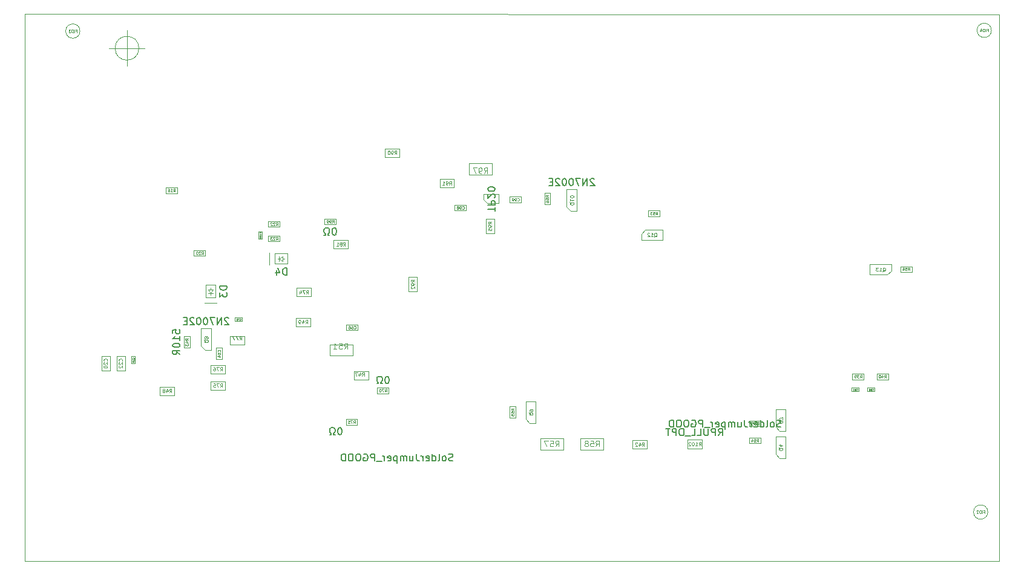
<source format=gbr>
G04 #@! TF.GenerationSoftware,KiCad,Pcbnew,(5.1.2)-1*
G04 #@! TF.CreationDate,2021-03-24T13:07:53+05:45*
G04 #@! TF.ProjectId,Pufferfish-Power-MCU,50756666-6572-4666-9973-682d506f7765,0.0*
G04 #@! TF.SameCoordinates,Original*
G04 #@! TF.FileFunction,Other,Fab,Bot*
%FSLAX46Y46*%
G04 Gerber Fmt 4.6, Leading zero omitted, Abs format (unit mm)*
G04 Created by KiCad (PCBNEW (5.1.2)-1) date 2021-03-24 13:07:53*
%MOMM*%
%LPD*%
G04 APERTURE LIST*
%ADD10C,0.100000*%
%ADD11C,0.120000*%
%ADD12C,0.150000*%
%ADD13C,0.060000*%
%ADD14C,0.080000*%
%ADD15C,0.075000*%
%ADD16C,0.040000*%
G04 APERTURE END LIST*
D10*
X203287400Y-43052600D02*
X66977400Y-42972600D01*
X203287400Y-119552600D02*
X203287400Y-43052600D01*
X66977400Y-119552600D02*
X203287400Y-119552600D01*
X66977400Y-42972600D02*
X66977400Y-119552600D01*
X82946666Y-47752000D02*
G75*
G03X82946666Y-47752000I-1666666J0D01*
G01*
X78780000Y-47752000D02*
X83780000Y-47752000D01*
X81280000Y-45252000D02*
X81280000Y-50252000D01*
G04 #@! TO.C,R99*
X108907400Y-72427600D02*
X110507400Y-72427600D01*
X108907400Y-71627600D02*
X108907400Y-72427600D01*
X110507400Y-71627600D02*
X108907400Y-71627600D01*
X110507400Y-72427600D02*
X110507400Y-71627600D01*
G04 #@! TO.C,R49*
X104918000Y-86706000D02*
X106918000Y-86706000D01*
X104918000Y-85506000D02*
X104918000Y-86706000D01*
X106918000Y-85506000D02*
X104918000Y-85506000D01*
X106918000Y-86706000D02*
X106918000Y-85506000D01*
G04 #@! TO.C,Q9*
X137087000Y-99657000D02*
X137087000Y-97207000D01*
X137637000Y-100227000D02*
X138487000Y-100227000D01*
X137087000Y-99657000D02*
X137637000Y-100227000D01*
X138487000Y-100227000D02*
X138487000Y-97187000D01*
X137087000Y-97187000D02*
X138487000Y-97187000D01*
G04 #@! TO.C,C100*
X99686300Y-74414000D02*
X100186300Y-74414000D01*
X100186300Y-74414000D02*
X100186300Y-73414000D01*
X100186300Y-73414000D02*
X99686300Y-73414000D01*
X99686300Y-73414000D02*
X99686300Y-74414000D01*
G04 #@! TO.C,C70*
X97401000Y-85475000D02*
X96401000Y-85475000D01*
X97401000Y-85975000D02*
X97401000Y-85475000D01*
X96401000Y-85975000D02*
X97401000Y-85975000D01*
X96401000Y-85475000D02*
X96401000Y-85975000D01*
G04 #@! TO.C,C51*
X183681500Y-95294000D02*
X182681500Y-95294000D01*
X183681500Y-95794000D02*
X183681500Y-95294000D01*
X182681500Y-95794000D02*
X183681500Y-95794000D01*
X182681500Y-95294000D02*
X182681500Y-95794000D01*
G04 #@! TO.C,C50*
X185881500Y-95294000D02*
X184881500Y-95294000D01*
X185881500Y-95794000D02*
X185881500Y-95294000D01*
X184881500Y-95794000D02*
X185881500Y-95794000D01*
X184881500Y-95294000D02*
X184881500Y-95794000D01*
G04 #@! TO.C,C18*
X82407400Y-91892600D02*
X82407400Y-90892600D01*
X81907400Y-91892600D02*
X82407400Y-91892600D01*
X81907400Y-90892600D02*
X81907400Y-91892600D01*
X82407400Y-90892600D02*
X81907400Y-90892600D01*
D11*
G04 #@! TO.C,D3*
X92113100Y-83426300D02*
X92100400Y-83426300D01*
X93853000Y-83439000D02*
X92100400Y-83439000D01*
D10*
X93664000Y-82688000D02*
X93664000Y-80888000D01*
X93664000Y-80888000D02*
X92264000Y-80888000D01*
X92264000Y-80888000D02*
X92264000Y-82688000D01*
X92264000Y-82688000D02*
X93664000Y-82688000D01*
X93314000Y-82088000D02*
X92614000Y-82088000D01*
X92964000Y-82088000D02*
X92964000Y-82288000D01*
X92964000Y-82088000D02*
X93314000Y-81588000D01*
X93314000Y-81588000D02*
X92614000Y-81588000D01*
X92614000Y-81588000D02*
X92964000Y-82088000D01*
X92964000Y-81588000D02*
X92964000Y-81338000D01*
D11*
G04 #@! TO.C,D4*
X101231700Y-76365100D02*
X101231700Y-76352400D01*
X101219000Y-78105000D02*
X101219000Y-76352400D01*
D10*
X101970000Y-77916000D02*
X103770000Y-77916000D01*
X103770000Y-77916000D02*
X103770000Y-76516000D01*
X103770000Y-76516000D02*
X101970000Y-76516000D01*
X101970000Y-76516000D02*
X101970000Y-77916000D01*
X102570000Y-77566000D02*
X102570000Y-76866000D01*
X102570000Y-77216000D02*
X102370000Y-77216000D01*
X102570000Y-77216000D02*
X103070000Y-77566000D01*
X103070000Y-77566000D02*
X103070000Y-76866000D01*
X103070000Y-76866000D02*
X102570000Y-77216000D01*
X103070000Y-77216000D02*
X103320000Y-77216000D01*
G04 #@! TO.C,R39*
X184369000Y-93344000D02*
X182769000Y-93344000D01*
X184369000Y-94144000D02*
X184369000Y-93344000D01*
X182769000Y-94144000D02*
X184369000Y-94144000D01*
X182769000Y-93344000D02*
X182769000Y-94144000D01*
G04 #@! TO.C,R40*
X187769000Y-93331500D02*
X186169000Y-93331500D01*
X187769000Y-94131500D02*
X187769000Y-93331500D01*
X186169000Y-94131500D02*
X187769000Y-94131500D01*
X186169000Y-93331500D02*
X186169000Y-94131500D01*
G04 #@! TO.C,R53*
X154200000Y-71300000D02*
X155800000Y-71300000D01*
X154200000Y-70500000D02*
X154200000Y-71300000D01*
X155800000Y-70500000D02*
X154200000Y-70500000D01*
X155800000Y-71300000D02*
X155800000Y-70500000D01*
G04 #@! TO.C,R54*
X189467400Y-79102600D02*
X191067400Y-79102600D01*
X189467400Y-78302600D02*
X189467400Y-79102600D01*
X191067400Y-78302600D02*
X189467400Y-78302600D01*
X191067400Y-79102600D02*
X191067400Y-78302600D01*
G04 #@! TO.C,R55*
X134847000Y-97907000D02*
X134847000Y-99507000D01*
X135647000Y-97907000D02*
X134847000Y-97907000D01*
X135647000Y-99507000D02*
X135647000Y-97907000D01*
X134847000Y-99507000D02*
X135647000Y-99507000D01*
G04 #@! TO.C,R56*
X139681000Y-68034000D02*
X139681000Y-69634000D01*
X140481000Y-68034000D02*
X139681000Y-68034000D01*
X140481000Y-69634000D02*
X140481000Y-68034000D01*
X139681000Y-69634000D02*
X140481000Y-69634000D01*
G04 #@! TO.C,R20*
X90640000Y-76854000D02*
X92240000Y-76854000D01*
X90640000Y-76054000D02*
X90640000Y-76854000D01*
X92240000Y-76054000D02*
X90640000Y-76054000D01*
X92240000Y-76854000D02*
X92240000Y-76054000D01*
G04 #@! TO.C,R22*
X102654000Y-71990000D02*
X101054000Y-71990000D01*
X102654000Y-72790000D02*
X102654000Y-71990000D01*
X101054000Y-72790000D02*
X102654000Y-72790000D01*
X101054000Y-71990000D02*
X101054000Y-72790000D01*
G04 #@! TO.C,R23*
X101054000Y-74822000D02*
X102654000Y-74822000D01*
X101054000Y-74022000D02*
X101054000Y-74822000D01*
X102654000Y-74022000D02*
X101054000Y-74022000D01*
X102654000Y-74822000D02*
X102654000Y-74022000D01*
G04 #@! TO.C,C20*
X78907400Y-90882600D02*
X77707400Y-90882600D01*
X77707400Y-90882600D02*
X77707400Y-92882600D01*
X77707400Y-92882600D02*
X78907400Y-92882600D01*
X78907400Y-92882600D02*
X78907400Y-90882600D01*
G04 #@! TO.C,C22*
X81017400Y-90882600D02*
X79817400Y-90882600D01*
X79817400Y-90882600D02*
X79817400Y-92882600D01*
X79817400Y-92882600D02*
X81017400Y-92882600D01*
X81017400Y-92882600D02*
X81017400Y-90882600D01*
G04 #@! TO.C,C64*
X94582400Y-91315100D02*
X94582400Y-89715100D01*
X93782400Y-91315100D02*
X94582400Y-91315100D01*
X93782400Y-89715100D02*
X93782400Y-91315100D01*
X94582400Y-89715100D02*
X93782400Y-89715100D01*
G04 #@! TO.C,C66*
X113576000Y-86468000D02*
X111976000Y-86468000D01*
X113576000Y-87268000D02*
X113576000Y-86468000D01*
X111976000Y-87268000D02*
X113576000Y-87268000D01*
X111976000Y-86468000D02*
X111976000Y-87268000D01*
G04 #@! TO.C,C98*
X127132400Y-70502600D02*
X128732400Y-70502600D01*
X127132400Y-69702600D02*
X127132400Y-70502600D01*
X128732400Y-69702600D02*
X127132400Y-69702600D01*
X128732400Y-70502600D02*
X128732400Y-69702600D01*
G04 #@! TO.C,C99*
X134836000Y-69361000D02*
X136436000Y-69361000D01*
X134836000Y-68561000D02*
X134836000Y-69361000D01*
X136436000Y-68561000D02*
X134836000Y-68561000D01*
X136436000Y-69361000D02*
X136436000Y-68561000D01*
G04 #@! TO.C,FID2*
X201707400Y-112702600D02*
G75*
G03X201707400Y-112702600I-1000000J0D01*
G01*
G04 #@! TO.C,FID3*
X74707400Y-45352600D02*
G75*
G03X74707400Y-45352600I-1000000J0D01*
G01*
G04 #@! TO.C,FID4*
X202207400Y-45252600D02*
G75*
G03X202207400Y-45252600I-1000000J0D01*
G01*
G04 #@! TO.C,Q12*
X156267000Y-73214000D02*
X156267000Y-74614000D01*
X153227000Y-74614000D02*
X156267000Y-74614000D01*
X153797000Y-73214000D02*
X153227000Y-73764000D01*
X153227000Y-73764000D02*
X153227000Y-74614000D01*
X153797000Y-73214000D02*
X156247000Y-73214000D01*
G04 #@! TO.C,Q13*
X185181500Y-79442000D02*
X185181500Y-78042000D01*
X188221500Y-78042000D02*
X185181500Y-78042000D01*
X187651500Y-79442000D02*
X188221500Y-78892000D01*
X188221500Y-78892000D02*
X188221500Y-78042000D01*
X187651500Y-79442000D02*
X185201500Y-79442000D01*
G04 #@! TO.C,TP20*
X131157000Y-68944000D02*
X131682000Y-69469000D01*
X131157000Y-68199000D02*
X131157000Y-68944000D01*
X133257000Y-68199000D02*
X131157000Y-68199000D01*
X133257000Y-69469000D02*
X133257000Y-68199000D01*
X131682000Y-69469000D02*
X133257000Y-69469000D01*
G04 #@! TO.C,Q4*
X172020000Y-102112000D02*
X173420000Y-102112000D01*
X173420000Y-105152000D02*
X173420000Y-102112000D01*
X172020000Y-104582000D02*
X172570000Y-105152000D01*
X172570000Y-105152000D02*
X173420000Y-105152000D01*
X172020000Y-104582000D02*
X172020000Y-102132000D01*
G04 #@! TO.C,Q7*
X172020000Y-100772000D02*
X172020000Y-98322000D01*
X172570000Y-101342000D02*
X173420000Y-101342000D01*
X172020000Y-100772000D02*
X172570000Y-101342000D01*
X173420000Y-101342000D02*
X173420000Y-98302000D01*
X172020000Y-98302000D02*
X173420000Y-98302000D01*
G04 #@! TO.C,R16*
X88320000Y-67260000D02*
X86720000Y-67260000D01*
X88320000Y-68060000D02*
X88320000Y-67260000D01*
X86720000Y-68060000D02*
X88320000Y-68060000D01*
X86720000Y-67260000D02*
X86720000Y-68060000D01*
G04 #@! TO.C,R42*
X154017000Y-102665000D02*
X152017000Y-102665000D01*
X154017000Y-103865000D02*
X154017000Y-102665000D01*
X152017000Y-103865000D02*
X154017000Y-103865000D01*
X152017000Y-102665000D02*
X152017000Y-103865000D01*
G04 #@! TO.C,R47*
X115057400Y-94177600D02*
X115057400Y-92977600D01*
X115057400Y-92977600D02*
X113057400Y-92977600D01*
X113057400Y-92977600D02*
X113057400Y-94177600D01*
X113057400Y-94177600D02*
X115057400Y-94177600D01*
G04 #@! TO.C,R48*
X85907400Y-96352600D02*
X87907400Y-96352600D01*
X85907400Y-95152600D02*
X85907400Y-96352600D01*
X87907400Y-95152600D02*
X85907400Y-95152600D01*
X87907400Y-96352600D02*
X87907400Y-95152600D01*
G04 #@! TO.C,R51*
X109682400Y-89227600D02*
X109682400Y-90827600D01*
X109682400Y-90827600D02*
X112882400Y-90827600D01*
X112882400Y-90827600D02*
X112882400Y-89227600D01*
X112882400Y-89227600D02*
X109682400Y-89227600D01*
G04 #@! TO.C,R57*
X142317000Y-102365000D02*
X139117000Y-102365000D01*
X142317000Y-103965000D02*
X142317000Y-102365000D01*
X139117000Y-103965000D02*
X142317000Y-103965000D01*
X139117000Y-102365000D02*
X139117000Y-103965000D01*
G04 #@! TO.C,R58*
X144729500Y-102365000D02*
X144729500Y-103965000D01*
X144729500Y-103965000D02*
X147929500Y-103965000D01*
X147929500Y-103965000D02*
X147929500Y-102365000D01*
X147929500Y-102365000D02*
X144729500Y-102365000D01*
G04 #@! TO.C,R64*
X168313200Y-103094740D02*
X169913200Y-103094740D01*
X168313200Y-102294740D02*
X168313200Y-103094740D01*
X169913200Y-102294740D02*
X168313200Y-102294740D01*
X169913200Y-103094740D02*
X169913200Y-102294740D01*
G04 #@! TO.C,R65*
X169964000Y-100730000D02*
X169964000Y-99930000D01*
X169964000Y-99930000D02*
X168364000Y-99930000D01*
X168364000Y-99930000D02*
X168364000Y-100730000D01*
X168364000Y-100730000D02*
X169964000Y-100730000D01*
G04 #@! TO.C,R74*
X107045000Y-81315000D02*
X105045000Y-81315000D01*
X107045000Y-82515000D02*
X107045000Y-81315000D01*
X105045000Y-82515000D02*
X107045000Y-82515000D01*
X105045000Y-81315000D02*
X105045000Y-82515000D01*
G04 #@! TO.C,R75*
X92980000Y-94396000D02*
X92980000Y-95596000D01*
X92980000Y-95596000D02*
X94980000Y-95596000D01*
X94980000Y-95596000D02*
X94980000Y-94396000D01*
X94980000Y-94396000D02*
X92980000Y-94396000D01*
G04 #@! TO.C,R76*
X94980000Y-93310000D02*
X94980000Y-92110000D01*
X94980000Y-92110000D02*
X92980000Y-92110000D01*
X92980000Y-92110000D02*
X92980000Y-93310000D01*
X92980000Y-93310000D02*
X94980000Y-93310000D01*
G04 #@! TO.C,R77*
X95725500Y-88046000D02*
X95725500Y-89246000D01*
X95725500Y-89246000D02*
X97725500Y-89246000D01*
X97725500Y-89246000D02*
X97725500Y-88046000D01*
X97725500Y-88046000D02*
X95725500Y-88046000D01*
G04 #@! TO.C,R81*
X112207400Y-74602600D02*
X110207400Y-74602600D01*
X112207400Y-75802600D02*
X112207400Y-74602600D01*
X110207400Y-75802600D02*
X112207400Y-75802600D01*
X110207400Y-74602600D02*
X110207400Y-75802600D01*
G04 #@! TO.C,R90*
X117400000Y-63000000D02*
X119400000Y-63000000D01*
X117400000Y-61800000D02*
X117400000Y-63000000D01*
X119400000Y-61800000D02*
X117400000Y-61800000D01*
X119400000Y-63000000D02*
X119400000Y-61800000D01*
G04 #@! TO.C,R91*
X127032400Y-66077600D02*
X125032400Y-66077600D01*
X127032400Y-67277600D02*
X127032400Y-66077600D01*
X125032400Y-67277600D02*
X127032400Y-67277600D01*
X125032400Y-66077600D02*
X125032400Y-67277600D01*
G04 #@! TO.C,R92*
X121885000Y-79772000D02*
X120685000Y-79772000D01*
X120685000Y-79772000D02*
X120685000Y-81772000D01*
X120685000Y-81772000D02*
X121885000Y-81772000D01*
X121885000Y-81772000D02*
X121885000Y-79772000D01*
G04 #@! TO.C,R95*
X131480000Y-73644000D02*
X132680000Y-73644000D01*
X132680000Y-73644000D02*
X132680000Y-71644000D01*
X132680000Y-71644000D02*
X131480000Y-71644000D01*
X131480000Y-71644000D02*
X131480000Y-73644000D01*
G04 #@! TO.C,R97*
X132332400Y-63852600D02*
X129132400Y-63852600D01*
X132332400Y-65452600D02*
X132332400Y-63852600D01*
X129132400Y-65452600D02*
X132332400Y-65452600D01*
X129132400Y-63852600D02*
X129132400Y-65452600D01*
G04 #@! TO.C,Q8*
X91629000Y-86999000D02*
X93029000Y-86999000D01*
X93029000Y-90039000D02*
X93029000Y-86999000D01*
X91629000Y-89469000D02*
X92179000Y-90039000D01*
X92179000Y-90039000D02*
X93029000Y-90039000D01*
X91629000Y-89469000D02*
X91629000Y-87019000D01*
G04 #@! TO.C,Q10*
X142794000Y-69972000D02*
X142794000Y-67522000D01*
X143344000Y-70542000D02*
X144194000Y-70542000D01*
X142794000Y-69972000D02*
X143344000Y-70542000D01*
X144194000Y-70542000D02*
X144194000Y-67502000D01*
X142794000Y-67502000D02*
X144194000Y-67502000D01*
G04 #@! TO.C,R43*
X89262000Y-89700000D02*
X90062000Y-89700000D01*
X90062000Y-89700000D02*
X90062000Y-88100000D01*
X90062000Y-88100000D02*
X89262000Y-88100000D01*
X89262000Y-88100000D02*
X89262000Y-89700000D01*
G04 #@! TO.C,R70*
X117894000Y-95294500D02*
X116294000Y-95294500D01*
X117894000Y-96094500D02*
X117894000Y-95294500D01*
X116294000Y-96094500D02*
X117894000Y-96094500D01*
X116294000Y-95294500D02*
X116294000Y-96094500D01*
G04 #@! TO.C,R71*
X111907400Y-99702600D02*
X111907400Y-100502600D01*
X111907400Y-100502600D02*
X113507400Y-100502600D01*
X113507400Y-100502600D02*
X113507400Y-99702600D01*
X113507400Y-99702600D02*
X111907400Y-99702600D01*
G04 #@! TO.C,R102*
X159708100Y-102587500D02*
X159708100Y-103787500D01*
X159708100Y-103787500D02*
X161708100Y-103787500D01*
X161708100Y-103787500D02*
X161708100Y-102587500D01*
X161708100Y-102587500D02*
X159708100Y-102587500D01*
G04 #@! TD*
G04 #@! TO.C,R99*
D12*
X110326447Y-72909980D02*
X110231209Y-72909980D01*
X110135971Y-72957600D01*
X110088352Y-73005219D01*
X110040733Y-73100457D01*
X109993114Y-73290933D01*
X109993114Y-73529028D01*
X110040733Y-73719504D01*
X110088352Y-73814742D01*
X110135971Y-73862361D01*
X110231209Y-73909980D01*
X110326447Y-73909980D01*
X110421685Y-73862361D01*
X110469304Y-73814742D01*
X110516923Y-73719504D01*
X110564542Y-73529028D01*
X110564542Y-73290933D01*
X110516923Y-73100457D01*
X110469304Y-73005219D01*
X110421685Y-72957600D01*
X110326447Y-72909980D01*
X109612161Y-73909980D02*
X109374066Y-73909980D01*
X109374066Y-73719504D01*
X109469304Y-73671885D01*
X109564542Y-73576647D01*
X109612161Y-73433790D01*
X109612161Y-73195695D01*
X109564542Y-73052838D01*
X109469304Y-72957600D01*
X109326447Y-72909980D01*
X109135971Y-72909980D01*
X108993114Y-72957600D01*
X108897876Y-73052838D01*
X108850257Y-73195695D01*
X108850257Y-73433790D01*
X108897876Y-73576647D01*
X108993114Y-73671885D01*
X109088352Y-73719504D01*
X109088352Y-73909980D01*
X108850257Y-73909980D01*
D13*
X109989542Y-72208552D02*
X110122876Y-72018076D01*
X110218114Y-72208552D02*
X110218114Y-71808552D01*
X110065733Y-71808552D01*
X110027638Y-71827600D01*
X110008590Y-71846647D01*
X109989542Y-71884742D01*
X109989542Y-71941885D01*
X110008590Y-71979980D01*
X110027638Y-71999028D01*
X110065733Y-72018076D01*
X110218114Y-72018076D01*
X109799066Y-72208552D02*
X109722876Y-72208552D01*
X109684780Y-72189504D01*
X109665733Y-72170457D01*
X109627638Y-72113314D01*
X109608590Y-72037123D01*
X109608590Y-71884742D01*
X109627638Y-71846647D01*
X109646685Y-71827600D01*
X109684780Y-71808552D01*
X109760971Y-71808552D01*
X109799066Y-71827600D01*
X109818114Y-71846647D01*
X109837161Y-71884742D01*
X109837161Y-71979980D01*
X109818114Y-72018076D01*
X109799066Y-72037123D01*
X109760971Y-72056171D01*
X109684780Y-72056171D01*
X109646685Y-72037123D01*
X109627638Y-72018076D01*
X109608590Y-71979980D01*
X109418114Y-72208552D02*
X109341923Y-72208552D01*
X109303828Y-72189504D01*
X109284780Y-72170457D01*
X109246685Y-72113314D01*
X109227638Y-72037123D01*
X109227638Y-71884742D01*
X109246685Y-71846647D01*
X109265733Y-71827600D01*
X109303828Y-71808552D01*
X109380019Y-71808552D01*
X109418114Y-71827600D01*
X109437161Y-71846647D01*
X109456209Y-71884742D01*
X109456209Y-71979980D01*
X109437161Y-72018076D01*
X109418114Y-72037123D01*
X109380019Y-72056171D01*
X109303828Y-72056171D01*
X109265733Y-72037123D01*
X109246685Y-72018076D01*
X109227638Y-71979980D01*
G04 #@! TO.C,R49*
D14*
X106239428Y-86332190D02*
X106406095Y-86094095D01*
X106525142Y-86332190D02*
X106525142Y-85832190D01*
X106334666Y-85832190D01*
X106287047Y-85856000D01*
X106263238Y-85879809D01*
X106239428Y-85927428D01*
X106239428Y-85998857D01*
X106263238Y-86046476D01*
X106287047Y-86070285D01*
X106334666Y-86094095D01*
X106525142Y-86094095D01*
X105810857Y-85998857D02*
X105810857Y-86332190D01*
X105929904Y-85808380D02*
X106048952Y-86165523D01*
X105739428Y-86165523D01*
X105525142Y-86332190D02*
X105429904Y-86332190D01*
X105382285Y-86308380D01*
X105358476Y-86284571D01*
X105310857Y-86213142D01*
X105287047Y-86117904D01*
X105287047Y-85927428D01*
X105310857Y-85879809D01*
X105334666Y-85856000D01*
X105382285Y-85832190D01*
X105477523Y-85832190D01*
X105525142Y-85856000D01*
X105548952Y-85879809D01*
X105572761Y-85927428D01*
X105572761Y-86046476D01*
X105548952Y-86094095D01*
X105525142Y-86117904D01*
X105477523Y-86141714D01*
X105382285Y-86141714D01*
X105334666Y-86117904D01*
X105310857Y-86094095D01*
X105287047Y-86046476D01*
G04 #@! TO.C,Q9*
D15*
X137513190Y-98754619D02*
X137537000Y-98802238D01*
X137584619Y-98849857D01*
X137656047Y-98921285D01*
X137679857Y-98968904D01*
X137679857Y-99016523D01*
X137560809Y-98992714D02*
X137584619Y-99040333D01*
X137632238Y-99087952D01*
X137727476Y-99111761D01*
X137894142Y-99111761D01*
X137989380Y-99087952D01*
X138037000Y-99040333D01*
X138060809Y-98992714D01*
X138060809Y-98897476D01*
X138037000Y-98849857D01*
X137989380Y-98802238D01*
X137894142Y-98778428D01*
X137727476Y-98778428D01*
X137632238Y-98802238D01*
X137584619Y-98849857D01*
X137560809Y-98897476D01*
X137560809Y-98992714D01*
X137560809Y-98540333D02*
X137560809Y-98445095D01*
X137584619Y-98397476D01*
X137608428Y-98373666D01*
X137679857Y-98326047D01*
X137775095Y-98302238D01*
X137965571Y-98302238D01*
X138013190Y-98326047D01*
X138037000Y-98349857D01*
X138060809Y-98397476D01*
X138060809Y-98492714D01*
X138037000Y-98540333D01*
X138013190Y-98564142D01*
X137965571Y-98587952D01*
X137846523Y-98587952D01*
X137798904Y-98564142D01*
X137775095Y-98540333D01*
X137751285Y-98492714D01*
X137751285Y-98397476D01*
X137775095Y-98349857D01*
X137798904Y-98326047D01*
X137846523Y-98302238D01*
G04 #@! TO.C,C100*
D16*
X100025585Y-73634238D02*
X100037490Y-73622333D01*
X100049395Y-73586619D01*
X100049395Y-73562809D01*
X100037490Y-73527095D01*
X100013680Y-73503285D01*
X99989871Y-73491380D01*
X99942252Y-73479476D01*
X99906538Y-73479476D01*
X99858919Y-73491380D01*
X99835109Y-73503285D01*
X99811300Y-73527095D01*
X99799395Y-73562809D01*
X99799395Y-73586619D01*
X99811300Y-73622333D01*
X99823204Y-73634238D01*
X100049395Y-73872333D02*
X100049395Y-73729476D01*
X100049395Y-73800904D02*
X99799395Y-73800904D01*
X99835109Y-73777095D01*
X99858919Y-73753285D01*
X99870823Y-73729476D01*
X99799395Y-74027095D02*
X99799395Y-74050904D01*
X99811300Y-74074714D01*
X99823204Y-74086619D01*
X99847014Y-74098523D01*
X99894633Y-74110428D01*
X99954157Y-74110428D01*
X100001776Y-74098523D01*
X100025585Y-74086619D01*
X100037490Y-74074714D01*
X100049395Y-74050904D01*
X100049395Y-74027095D01*
X100037490Y-74003285D01*
X100025585Y-73991380D01*
X100001776Y-73979476D01*
X99954157Y-73967571D01*
X99894633Y-73967571D01*
X99847014Y-73979476D01*
X99823204Y-73991380D01*
X99811300Y-74003285D01*
X99799395Y-74027095D01*
X99799395Y-74265190D02*
X99799395Y-74289000D01*
X99811300Y-74312809D01*
X99823204Y-74324714D01*
X99847014Y-74336619D01*
X99894633Y-74348523D01*
X99954157Y-74348523D01*
X100001776Y-74336619D01*
X100025585Y-74324714D01*
X100037490Y-74312809D01*
X100049395Y-74289000D01*
X100049395Y-74265190D01*
X100037490Y-74241380D01*
X100025585Y-74229476D01*
X100001776Y-74217571D01*
X99954157Y-74205666D01*
X99894633Y-74205666D01*
X99847014Y-74217571D01*
X99823204Y-74229476D01*
X99811300Y-74241380D01*
X99799395Y-74265190D01*
G04 #@! TO.C,C70*
X97061714Y-85814285D02*
X97073619Y-85826190D01*
X97109333Y-85838095D01*
X97133142Y-85838095D01*
X97168857Y-85826190D01*
X97192666Y-85802380D01*
X97204571Y-85778571D01*
X97216476Y-85730952D01*
X97216476Y-85695238D01*
X97204571Y-85647619D01*
X97192666Y-85623809D01*
X97168857Y-85600000D01*
X97133142Y-85588095D01*
X97109333Y-85588095D01*
X97073619Y-85600000D01*
X97061714Y-85611904D01*
X96978380Y-85588095D02*
X96811714Y-85588095D01*
X96918857Y-85838095D01*
X96668857Y-85588095D02*
X96645047Y-85588095D01*
X96621238Y-85600000D01*
X96609333Y-85611904D01*
X96597428Y-85635714D01*
X96585523Y-85683333D01*
X96585523Y-85742857D01*
X96597428Y-85790476D01*
X96609333Y-85814285D01*
X96621238Y-85826190D01*
X96645047Y-85838095D01*
X96668857Y-85838095D01*
X96692666Y-85826190D01*
X96704571Y-85814285D01*
X96716476Y-85790476D01*
X96728380Y-85742857D01*
X96728380Y-85683333D01*
X96716476Y-85635714D01*
X96704571Y-85611904D01*
X96692666Y-85600000D01*
X96668857Y-85588095D01*
G04 #@! TO.C,C51*
X183342214Y-95633285D02*
X183354119Y-95645190D01*
X183389833Y-95657095D01*
X183413642Y-95657095D01*
X183449357Y-95645190D01*
X183473166Y-95621380D01*
X183485071Y-95597571D01*
X183496976Y-95549952D01*
X183496976Y-95514238D01*
X183485071Y-95466619D01*
X183473166Y-95442809D01*
X183449357Y-95419000D01*
X183413642Y-95407095D01*
X183389833Y-95407095D01*
X183354119Y-95419000D01*
X183342214Y-95430904D01*
X183116023Y-95407095D02*
X183235071Y-95407095D01*
X183246976Y-95526142D01*
X183235071Y-95514238D01*
X183211261Y-95502333D01*
X183151738Y-95502333D01*
X183127928Y-95514238D01*
X183116023Y-95526142D01*
X183104119Y-95549952D01*
X183104119Y-95609476D01*
X183116023Y-95633285D01*
X183127928Y-95645190D01*
X183151738Y-95657095D01*
X183211261Y-95657095D01*
X183235071Y-95645190D01*
X183246976Y-95633285D01*
X182866023Y-95657095D02*
X183008880Y-95657095D01*
X182937452Y-95657095D02*
X182937452Y-95407095D01*
X182961261Y-95442809D01*
X182985071Y-95466619D01*
X183008880Y-95478523D01*
G04 #@! TO.C,C50*
X185542214Y-95633285D02*
X185554119Y-95645190D01*
X185589833Y-95657095D01*
X185613642Y-95657095D01*
X185649357Y-95645190D01*
X185673166Y-95621380D01*
X185685071Y-95597571D01*
X185696976Y-95549952D01*
X185696976Y-95514238D01*
X185685071Y-95466619D01*
X185673166Y-95442809D01*
X185649357Y-95419000D01*
X185613642Y-95407095D01*
X185589833Y-95407095D01*
X185554119Y-95419000D01*
X185542214Y-95430904D01*
X185316023Y-95407095D02*
X185435071Y-95407095D01*
X185446976Y-95526142D01*
X185435071Y-95514238D01*
X185411261Y-95502333D01*
X185351738Y-95502333D01*
X185327928Y-95514238D01*
X185316023Y-95526142D01*
X185304119Y-95549952D01*
X185304119Y-95609476D01*
X185316023Y-95633285D01*
X185327928Y-95645190D01*
X185351738Y-95657095D01*
X185411261Y-95657095D01*
X185435071Y-95645190D01*
X185446976Y-95633285D01*
X185149357Y-95407095D02*
X185125547Y-95407095D01*
X185101738Y-95419000D01*
X185089833Y-95430904D01*
X185077928Y-95454714D01*
X185066023Y-95502333D01*
X185066023Y-95561857D01*
X185077928Y-95609476D01*
X185089833Y-95633285D01*
X185101738Y-95645190D01*
X185125547Y-95657095D01*
X185149357Y-95657095D01*
X185173166Y-95645190D01*
X185185071Y-95633285D01*
X185196976Y-95609476D01*
X185208880Y-95561857D01*
X185208880Y-95502333D01*
X185196976Y-95454714D01*
X185185071Y-95430904D01*
X185173166Y-95419000D01*
X185149357Y-95407095D01*
G04 #@! TO.C,C18*
X82246685Y-91231885D02*
X82258590Y-91219980D01*
X82270495Y-91184266D01*
X82270495Y-91160457D01*
X82258590Y-91124742D01*
X82234780Y-91100933D01*
X82210971Y-91089028D01*
X82163352Y-91077123D01*
X82127638Y-91077123D01*
X82080019Y-91089028D01*
X82056209Y-91100933D01*
X82032400Y-91124742D01*
X82020495Y-91160457D01*
X82020495Y-91184266D01*
X82032400Y-91219980D01*
X82044304Y-91231885D01*
X82270495Y-91469980D02*
X82270495Y-91327123D01*
X82270495Y-91398552D02*
X82020495Y-91398552D01*
X82056209Y-91374742D01*
X82080019Y-91350933D01*
X82091923Y-91327123D01*
X82127638Y-91612838D02*
X82115733Y-91589028D01*
X82103828Y-91577123D01*
X82080019Y-91565219D01*
X82068114Y-91565219D01*
X82044304Y-91577123D01*
X82032400Y-91589028D01*
X82020495Y-91612838D01*
X82020495Y-91660457D01*
X82032400Y-91684266D01*
X82044304Y-91696171D01*
X82068114Y-91708076D01*
X82080019Y-91708076D01*
X82103828Y-91696171D01*
X82115733Y-91684266D01*
X82127638Y-91660457D01*
X82127638Y-91612838D01*
X82139542Y-91589028D01*
X82151447Y-91577123D01*
X82175257Y-91565219D01*
X82222876Y-91565219D01*
X82246685Y-91577123D01*
X82258590Y-91589028D01*
X82270495Y-91612838D01*
X82270495Y-91660457D01*
X82258590Y-91684266D01*
X82246685Y-91696171D01*
X82222876Y-91708076D01*
X82175257Y-91708076D01*
X82151447Y-91696171D01*
X82139542Y-91684266D01*
X82127638Y-91660457D01*
G04 #@! TO.C,D3*
D12*
X95266380Y-81049904D02*
X94266380Y-81049904D01*
X94266380Y-81288000D01*
X94314000Y-81430857D01*
X94409238Y-81526095D01*
X94504476Y-81573714D01*
X94694952Y-81621333D01*
X94837809Y-81621333D01*
X95028285Y-81573714D01*
X95123523Y-81526095D01*
X95218761Y-81430857D01*
X95266380Y-81288000D01*
X95266380Y-81049904D01*
X94266380Y-81954666D02*
X94266380Y-82573714D01*
X94647333Y-82240380D01*
X94647333Y-82383238D01*
X94694952Y-82478476D01*
X94742571Y-82526095D01*
X94837809Y-82573714D01*
X95075904Y-82573714D01*
X95171142Y-82526095D01*
X95218761Y-82478476D01*
X95266380Y-82383238D01*
X95266380Y-82097523D01*
X95218761Y-82002285D01*
X95171142Y-81954666D01*
G04 #@! TO.C,D4*
X103608095Y-79518380D02*
X103608095Y-78518380D01*
X103370000Y-78518380D01*
X103227142Y-78566000D01*
X103131904Y-78661238D01*
X103084285Y-78756476D01*
X103036666Y-78946952D01*
X103036666Y-79089809D01*
X103084285Y-79280285D01*
X103131904Y-79375523D01*
X103227142Y-79470761D01*
X103370000Y-79518380D01*
X103608095Y-79518380D01*
X102179523Y-78851714D02*
X102179523Y-79518380D01*
X102417619Y-78470761D02*
X102655714Y-79185047D01*
X102036666Y-79185047D01*
G04 #@! TO.C,R39*
D13*
X183826142Y-93924952D02*
X183959476Y-93734476D01*
X184054714Y-93924952D02*
X184054714Y-93524952D01*
X183902333Y-93524952D01*
X183864238Y-93544000D01*
X183845190Y-93563047D01*
X183826142Y-93601142D01*
X183826142Y-93658285D01*
X183845190Y-93696380D01*
X183864238Y-93715428D01*
X183902333Y-93734476D01*
X184054714Y-93734476D01*
X183692809Y-93524952D02*
X183445190Y-93524952D01*
X183578523Y-93677333D01*
X183521380Y-93677333D01*
X183483285Y-93696380D01*
X183464238Y-93715428D01*
X183445190Y-93753523D01*
X183445190Y-93848761D01*
X183464238Y-93886857D01*
X183483285Y-93905904D01*
X183521380Y-93924952D01*
X183635666Y-93924952D01*
X183673761Y-93905904D01*
X183692809Y-93886857D01*
X183254714Y-93924952D02*
X183178523Y-93924952D01*
X183140428Y-93905904D01*
X183121380Y-93886857D01*
X183083285Y-93829714D01*
X183064238Y-93753523D01*
X183064238Y-93601142D01*
X183083285Y-93563047D01*
X183102333Y-93544000D01*
X183140428Y-93524952D01*
X183216619Y-93524952D01*
X183254714Y-93544000D01*
X183273761Y-93563047D01*
X183292809Y-93601142D01*
X183292809Y-93696380D01*
X183273761Y-93734476D01*
X183254714Y-93753523D01*
X183216619Y-93772571D01*
X183140428Y-93772571D01*
X183102333Y-93753523D01*
X183083285Y-93734476D01*
X183064238Y-93696380D01*
G04 #@! TO.C,R40*
X187226142Y-93912452D02*
X187359476Y-93721976D01*
X187454714Y-93912452D02*
X187454714Y-93512452D01*
X187302333Y-93512452D01*
X187264238Y-93531500D01*
X187245190Y-93550547D01*
X187226142Y-93588642D01*
X187226142Y-93645785D01*
X187245190Y-93683880D01*
X187264238Y-93702928D01*
X187302333Y-93721976D01*
X187454714Y-93721976D01*
X186883285Y-93645785D02*
X186883285Y-93912452D01*
X186978523Y-93493404D02*
X187073761Y-93779119D01*
X186826142Y-93779119D01*
X186597571Y-93512452D02*
X186559476Y-93512452D01*
X186521380Y-93531500D01*
X186502333Y-93550547D01*
X186483285Y-93588642D01*
X186464238Y-93664833D01*
X186464238Y-93760071D01*
X186483285Y-93836261D01*
X186502333Y-93874357D01*
X186521380Y-93893404D01*
X186559476Y-93912452D01*
X186597571Y-93912452D01*
X186635666Y-93893404D01*
X186654714Y-93874357D01*
X186673761Y-93836261D01*
X186692809Y-93760071D01*
X186692809Y-93664833D01*
X186673761Y-93588642D01*
X186654714Y-93550547D01*
X186635666Y-93531500D01*
X186597571Y-93512452D01*
G04 #@! TO.C,R53*
X155257142Y-71080952D02*
X155390476Y-70890476D01*
X155485714Y-71080952D02*
X155485714Y-70680952D01*
X155333333Y-70680952D01*
X155295238Y-70700000D01*
X155276190Y-70719047D01*
X155257142Y-70757142D01*
X155257142Y-70814285D01*
X155276190Y-70852380D01*
X155295238Y-70871428D01*
X155333333Y-70890476D01*
X155485714Y-70890476D01*
X154895238Y-70680952D02*
X155085714Y-70680952D01*
X155104761Y-70871428D01*
X155085714Y-70852380D01*
X155047619Y-70833333D01*
X154952380Y-70833333D01*
X154914285Y-70852380D01*
X154895238Y-70871428D01*
X154876190Y-70909523D01*
X154876190Y-71004761D01*
X154895238Y-71042857D01*
X154914285Y-71061904D01*
X154952380Y-71080952D01*
X155047619Y-71080952D01*
X155085714Y-71061904D01*
X155104761Y-71042857D01*
X154742857Y-70680952D02*
X154495238Y-70680952D01*
X154628571Y-70833333D01*
X154571428Y-70833333D01*
X154533333Y-70852380D01*
X154514285Y-70871428D01*
X154495238Y-70909523D01*
X154495238Y-71004761D01*
X154514285Y-71042857D01*
X154533333Y-71061904D01*
X154571428Y-71080952D01*
X154685714Y-71080952D01*
X154723809Y-71061904D01*
X154742857Y-71042857D01*
G04 #@! TO.C,R54*
X190524542Y-78883552D02*
X190657876Y-78693076D01*
X190753114Y-78883552D02*
X190753114Y-78483552D01*
X190600733Y-78483552D01*
X190562638Y-78502600D01*
X190543590Y-78521647D01*
X190524542Y-78559742D01*
X190524542Y-78616885D01*
X190543590Y-78654980D01*
X190562638Y-78674028D01*
X190600733Y-78693076D01*
X190753114Y-78693076D01*
X190162638Y-78483552D02*
X190353114Y-78483552D01*
X190372161Y-78674028D01*
X190353114Y-78654980D01*
X190315019Y-78635933D01*
X190219780Y-78635933D01*
X190181685Y-78654980D01*
X190162638Y-78674028D01*
X190143590Y-78712123D01*
X190143590Y-78807361D01*
X190162638Y-78845457D01*
X190181685Y-78864504D01*
X190219780Y-78883552D01*
X190315019Y-78883552D01*
X190353114Y-78864504D01*
X190372161Y-78845457D01*
X189800733Y-78616885D02*
X189800733Y-78883552D01*
X189895971Y-78464504D02*
X189991209Y-78750219D01*
X189743590Y-78750219D01*
G04 #@! TO.C,R55*
X135427952Y-98449857D02*
X135237476Y-98316523D01*
X135427952Y-98221285D02*
X135027952Y-98221285D01*
X135027952Y-98373666D01*
X135047000Y-98411761D01*
X135066047Y-98430809D01*
X135104142Y-98449857D01*
X135161285Y-98449857D01*
X135199380Y-98430809D01*
X135218428Y-98411761D01*
X135237476Y-98373666D01*
X135237476Y-98221285D01*
X135027952Y-98811761D02*
X135027952Y-98621285D01*
X135218428Y-98602238D01*
X135199380Y-98621285D01*
X135180333Y-98659380D01*
X135180333Y-98754619D01*
X135199380Y-98792714D01*
X135218428Y-98811761D01*
X135256523Y-98830809D01*
X135351761Y-98830809D01*
X135389857Y-98811761D01*
X135408904Y-98792714D01*
X135427952Y-98754619D01*
X135427952Y-98659380D01*
X135408904Y-98621285D01*
X135389857Y-98602238D01*
X135027952Y-99192714D02*
X135027952Y-99002238D01*
X135218428Y-98983190D01*
X135199380Y-99002238D01*
X135180333Y-99040333D01*
X135180333Y-99135571D01*
X135199380Y-99173666D01*
X135218428Y-99192714D01*
X135256523Y-99211761D01*
X135351761Y-99211761D01*
X135389857Y-99192714D01*
X135408904Y-99173666D01*
X135427952Y-99135571D01*
X135427952Y-99040333D01*
X135408904Y-99002238D01*
X135389857Y-98983190D01*
G04 #@! TO.C,R56*
X140261952Y-68576857D02*
X140071476Y-68443523D01*
X140261952Y-68348285D02*
X139861952Y-68348285D01*
X139861952Y-68500666D01*
X139881000Y-68538761D01*
X139900047Y-68557809D01*
X139938142Y-68576857D01*
X139995285Y-68576857D01*
X140033380Y-68557809D01*
X140052428Y-68538761D01*
X140071476Y-68500666D01*
X140071476Y-68348285D01*
X139861952Y-68938761D02*
X139861952Y-68748285D01*
X140052428Y-68729238D01*
X140033380Y-68748285D01*
X140014333Y-68786380D01*
X140014333Y-68881619D01*
X140033380Y-68919714D01*
X140052428Y-68938761D01*
X140090523Y-68957809D01*
X140185761Y-68957809D01*
X140223857Y-68938761D01*
X140242904Y-68919714D01*
X140261952Y-68881619D01*
X140261952Y-68786380D01*
X140242904Y-68748285D01*
X140223857Y-68729238D01*
X139861952Y-69300666D02*
X139861952Y-69224476D01*
X139881000Y-69186380D01*
X139900047Y-69167333D01*
X139957190Y-69129238D01*
X140033380Y-69110190D01*
X140185761Y-69110190D01*
X140223857Y-69129238D01*
X140242904Y-69148285D01*
X140261952Y-69186380D01*
X140261952Y-69262571D01*
X140242904Y-69300666D01*
X140223857Y-69319714D01*
X140185761Y-69338761D01*
X140090523Y-69338761D01*
X140052428Y-69319714D01*
X140033380Y-69300666D01*
X140014333Y-69262571D01*
X140014333Y-69186380D01*
X140033380Y-69148285D01*
X140052428Y-69129238D01*
X140090523Y-69110190D01*
G04 #@! TO.C,R20*
X91697142Y-76634952D02*
X91830476Y-76444476D01*
X91925714Y-76634952D02*
X91925714Y-76234952D01*
X91773333Y-76234952D01*
X91735238Y-76254000D01*
X91716190Y-76273047D01*
X91697142Y-76311142D01*
X91697142Y-76368285D01*
X91716190Y-76406380D01*
X91735238Y-76425428D01*
X91773333Y-76444476D01*
X91925714Y-76444476D01*
X91544761Y-76273047D02*
X91525714Y-76254000D01*
X91487619Y-76234952D01*
X91392380Y-76234952D01*
X91354285Y-76254000D01*
X91335238Y-76273047D01*
X91316190Y-76311142D01*
X91316190Y-76349238D01*
X91335238Y-76406380D01*
X91563809Y-76634952D01*
X91316190Y-76634952D01*
X91068571Y-76234952D02*
X91030476Y-76234952D01*
X90992380Y-76254000D01*
X90973333Y-76273047D01*
X90954285Y-76311142D01*
X90935238Y-76387333D01*
X90935238Y-76482571D01*
X90954285Y-76558761D01*
X90973333Y-76596857D01*
X90992380Y-76615904D01*
X91030476Y-76634952D01*
X91068571Y-76634952D01*
X91106666Y-76615904D01*
X91125714Y-76596857D01*
X91144761Y-76558761D01*
X91163809Y-76482571D01*
X91163809Y-76387333D01*
X91144761Y-76311142D01*
X91125714Y-76273047D01*
X91106666Y-76254000D01*
X91068571Y-76234952D01*
G04 #@! TO.C,R22*
X102111142Y-72570952D02*
X102244476Y-72380476D01*
X102339714Y-72570952D02*
X102339714Y-72170952D01*
X102187333Y-72170952D01*
X102149238Y-72190000D01*
X102130190Y-72209047D01*
X102111142Y-72247142D01*
X102111142Y-72304285D01*
X102130190Y-72342380D01*
X102149238Y-72361428D01*
X102187333Y-72380476D01*
X102339714Y-72380476D01*
X101958761Y-72209047D02*
X101939714Y-72190000D01*
X101901619Y-72170952D01*
X101806380Y-72170952D01*
X101768285Y-72190000D01*
X101749238Y-72209047D01*
X101730190Y-72247142D01*
X101730190Y-72285238D01*
X101749238Y-72342380D01*
X101977809Y-72570952D01*
X101730190Y-72570952D01*
X101577809Y-72209047D02*
X101558761Y-72190000D01*
X101520666Y-72170952D01*
X101425428Y-72170952D01*
X101387333Y-72190000D01*
X101368285Y-72209047D01*
X101349238Y-72247142D01*
X101349238Y-72285238D01*
X101368285Y-72342380D01*
X101596857Y-72570952D01*
X101349238Y-72570952D01*
G04 #@! TO.C,R23*
X102111142Y-74602952D02*
X102244476Y-74412476D01*
X102339714Y-74602952D02*
X102339714Y-74202952D01*
X102187333Y-74202952D01*
X102149238Y-74222000D01*
X102130190Y-74241047D01*
X102111142Y-74279142D01*
X102111142Y-74336285D01*
X102130190Y-74374380D01*
X102149238Y-74393428D01*
X102187333Y-74412476D01*
X102339714Y-74412476D01*
X101958761Y-74241047D02*
X101939714Y-74222000D01*
X101901619Y-74202952D01*
X101806380Y-74202952D01*
X101768285Y-74222000D01*
X101749238Y-74241047D01*
X101730190Y-74279142D01*
X101730190Y-74317238D01*
X101749238Y-74374380D01*
X101977809Y-74602952D01*
X101730190Y-74602952D01*
X101596857Y-74202952D02*
X101349238Y-74202952D01*
X101482571Y-74355333D01*
X101425428Y-74355333D01*
X101387333Y-74374380D01*
X101368285Y-74393428D01*
X101349238Y-74431523D01*
X101349238Y-74526761D01*
X101368285Y-74564857D01*
X101387333Y-74583904D01*
X101425428Y-74602952D01*
X101539714Y-74602952D01*
X101577809Y-74583904D01*
X101596857Y-74564857D01*
G04 #@! TO.C,C20*
D14*
X78485971Y-91561171D02*
X78509780Y-91537361D01*
X78533590Y-91465933D01*
X78533590Y-91418314D01*
X78509780Y-91346885D01*
X78462161Y-91299266D01*
X78414542Y-91275457D01*
X78319304Y-91251647D01*
X78247876Y-91251647D01*
X78152638Y-91275457D01*
X78105019Y-91299266D01*
X78057400Y-91346885D01*
X78033590Y-91418314D01*
X78033590Y-91465933D01*
X78057400Y-91537361D01*
X78081209Y-91561171D01*
X78081209Y-91751647D02*
X78057400Y-91775457D01*
X78033590Y-91823076D01*
X78033590Y-91942123D01*
X78057400Y-91989742D01*
X78081209Y-92013552D01*
X78128828Y-92037361D01*
X78176447Y-92037361D01*
X78247876Y-92013552D01*
X78533590Y-91727838D01*
X78533590Y-92037361D01*
X78033590Y-92346885D02*
X78033590Y-92394504D01*
X78057400Y-92442123D01*
X78081209Y-92465933D01*
X78128828Y-92489742D01*
X78224066Y-92513552D01*
X78343114Y-92513552D01*
X78438352Y-92489742D01*
X78485971Y-92465933D01*
X78509780Y-92442123D01*
X78533590Y-92394504D01*
X78533590Y-92346885D01*
X78509780Y-92299266D01*
X78485971Y-92275457D01*
X78438352Y-92251647D01*
X78343114Y-92227838D01*
X78224066Y-92227838D01*
X78128828Y-92251647D01*
X78081209Y-92275457D01*
X78057400Y-92299266D01*
X78033590Y-92346885D01*
G04 #@! TO.C,C22*
X80595971Y-91561171D02*
X80619780Y-91537361D01*
X80643590Y-91465933D01*
X80643590Y-91418314D01*
X80619780Y-91346885D01*
X80572161Y-91299266D01*
X80524542Y-91275457D01*
X80429304Y-91251647D01*
X80357876Y-91251647D01*
X80262638Y-91275457D01*
X80215019Y-91299266D01*
X80167400Y-91346885D01*
X80143590Y-91418314D01*
X80143590Y-91465933D01*
X80167400Y-91537361D01*
X80191209Y-91561171D01*
X80191209Y-91751647D02*
X80167400Y-91775457D01*
X80143590Y-91823076D01*
X80143590Y-91942123D01*
X80167400Y-91989742D01*
X80191209Y-92013552D01*
X80238828Y-92037361D01*
X80286447Y-92037361D01*
X80357876Y-92013552D01*
X80643590Y-91727838D01*
X80643590Y-92037361D01*
X80191209Y-92227838D02*
X80167400Y-92251647D01*
X80143590Y-92299266D01*
X80143590Y-92418314D01*
X80167400Y-92465933D01*
X80191209Y-92489742D01*
X80238828Y-92513552D01*
X80286447Y-92513552D01*
X80357876Y-92489742D01*
X80643590Y-92204028D01*
X80643590Y-92513552D01*
G04 #@! TO.C,C64*
D13*
X94325257Y-90257957D02*
X94344304Y-90238909D01*
X94363352Y-90181766D01*
X94363352Y-90143671D01*
X94344304Y-90086528D01*
X94306209Y-90048433D01*
X94268114Y-90029385D01*
X94191923Y-90010338D01*
X94134780Y-90010338D01*
X94058590Y-90029385D01*
X94020495Y-90048433D01*
X93982400Y-90086528D01*
X93963352Y-90143671D01*
X93963352Y-90181766D01*
X93982400Y-90238909D01*
X94001447Y-90257957D01*
X93963352Y-90600814D02*
X93963352Y-90524623D01*
X93982400Y-90486528D01*
X94001447Y-90467480D01*
X94058590Y-90429385D01*
X94134780Y-90410338D01*
X94287161Y-90410338D01*
X94325257Y-90429385D01*
X94344304Y-90448433D01*
X94363352Y-90486528D01*
X94363352Y-90562719D01*
X94344304Y-90600814D01*
X94325257Y-90619861D01*
X94287161Y-90638909D01*
X94191923Y-90638909D01*
X94153828Y-90619861D01*
X94134780Y-90600814D01*
X94115733Y-90562719D01*
X94115733Y-90486528D01*
X94134780Y-90448433D01*
X94153828Y-90429385D01*
X94191923Y-90410338D01*
X94096685Y-90981766D02*
X94363352Y-90981766D01*
X93944304Y-90886528D02*
X94230019Y-90791290D01*
X94230019Y-91038909D01*
G04 #@! TO.C,C66*
X113045642Y-87010857D02*
X113064690Y-87029904D01*
X113121833Y-87048952D01*
X113159928Y-87048952D01*
X113217071Y-87029904D01*
X113255166Y-86991809D01*
X113274214Y-86953714D01*
X113293261Y-86877523D01*
X113293261Y-86820380D01*
X113274214Y-86744190D01*
X113255166Y-86706095D01*
X113217071Y-86668000D01*
X113159928Y-86648952D01*
X113121833Y-86648952D01*
X113064690Y-86668000D01*
X113045642Y-86687047D01*
X112702785Y-86648952D02*
X112778976Y-86648952D01*
X112817071Y-86668000D01*
X112836119Y-86687047D01*
X112874214Y-86744190D01*
X112893261Y-86820380D01*
X112893261Y-86972761D01*
X112874214Y-87010857D01*
X112855166Y-87029904D01*
X112817071Y-87048952D01*
X112740880Y-87048952D01*
X112702785Y-87029904D01*
X112683738Y-87010857D01*
X112664690Y-86972761D01*
X112664690Y-86877523D01*
X112683738Y-86839428D01*
X112702785Y-86820380D01*
X112740880Y-86801333D01*
X112817071Y-86801333D01*
X112855166Y-86820380D01*
X112874214Y-86839428D01*
X112893261Y-86877523D01*
X112321833Y-86648952D02*
X112398023Y-86648952D01*
X112436119Y-86668000D01*
X112455166Y-86687047D01*
X112493261Y-86744190D01*
X112512309Y-86820380D01*
X112512309Y-86972761D01*
X112493261Y-87010857D01*
X112474214Y-87029904D01*
X112436119Y-87048952D01*
X112359928Y-87048952D01*
X112321833Y-87029904D01*
X112302785Y-87010857D01*
X112283738Y-86972761D01*
X112283738Y-86877523D01*
X112302785Y-86839428D01*
X112321833Y-86820380D01*
X112359928Y-86801333D01*
X112436119Y-86801333D01*
X112474214Y-86820380D01*
X112493261Y-86839428D01*
X112512309Y-86877523D01*
G04 #@! TO.C,C98*
X128189542Y-70245457D02*
X128208590Y-70264504D01*
X128265733Y-70283552D01*
X128303828Y-70283552D01*
X128360971Y-70264504D01*
X128399066Y-70226409D01*
X128418114Y-70188314D01*
X128437161Y-70112123D01*
X128437161Y-70054980D01*
X128418114Y-69978790D01*
X128399066Y-69940695D01*
X128360971Y-69902600D01*
X128303828Y-69883552D01*
X128265733Y-69883552D01*
X128208590Y-69902600D01*
X128189542Y-69921647D01*
X127999066Y-70283552D02*
X127922876Y-70283552D01*
X127884780Y-70264504D01*
X127865733Y-70245457D01*
X127827638Y-70188314D01*
X127808590Y-70112123D01*
X127808590Y-69959742D01*
X127827638Y-69921647D01*
X127846685Y-69902600D01*
X127884780Y-69883552D01*
X127960971Y-69883552D01*
X127999066Y-69902600D01*
X128018114Y-69921647D01*
X128037161Y-69959742D01*
X128037161Y-70054980D01*
X128018114Y-70093076D01*
X127999066Y-70112123D01*
X127960971Y-70131171D01*
X127884780Y-70131171D01*
X127846685Y-70112123D01*
X127827638Y-70093076D01*
X127808590Y-70054980D01*
X127580019Y-70054980D02*
X127618114Y-70035933D01*
X127637161Y-70016885D01*
X127656209Y-69978790D01*
X127656209Y-69959742D01*
X127637161Y-69921647D01*
X127618114Y-69902600D01*
X127580019Y-69883552D01*
X127503828Y-69883552D01*
X127465733Y-69902600D01*
X127446685Y-69921647D01*
X127427638Y-69959742D01*
X127427638Y-69978790D01*
X127446685Y-70016885D01*
X127465733Y-70035933D01*
X127503828Y-70054980D01*
X127580019Y-70054980D01*
X127618114Y-70074028D01*
X127637161Y-70093076D01*
X127656209Y-70131171D01*
X127656209Y-70207361D01*
X127637161Y-70245457D01*
X127618114Y-70264504D01*
X127580019Y-70283552D01*
X127503828Y-70283552D01*
X127465733Y-70264504D01*
X127446685Y-70245457D01*
X127427638Y-70207361D01*
X127427638Y-70131171D01*
X127446685Y-70093076D01*
X127465733Y-70074028D01*
X127503828Y-70054980D01*
G04 #@! TO.C,C99*
X135893142Y-69103857D02*
X135912190Y-69122904D01*
X135969333Y-69141952D01*
X136007428Y-69141952D01*
X136064571Y-69122904D01*
X136102666Y-69084809D01*
X136121714Y-69046714D01*
X136140761Y-68970523D01*
X136140761Y-68913380D01*
X136121714Y-68837190D01*
X136102666Y-68799095D01*
X136064571Y-68761000D01*
X136007428Y-68741952D01*
X135969333Y-68741952D01*
X135912190Y-68761000D01*
X135893142Y-68780047D01*
X135702666Y-69141952D02*
X135626476Y-69141952D01*
X135588380Y-69122904D01*
X135569333Y-69103857D01*
X135531238Y-69046714D01*
X135512190Y-68970523D01*
X135512190Y-68818142D01*
X135531238Y-68780047D01*
X135550285Y-68761000D01*
X135588380Y-68741952D01*
X135664571Y-68741952D01*
X135702666Y-68761000D01*
X135721714Y-68780047D01*
X135740761Y-68818142D01*
X135740761Y-68913380D01*
X135721714Y-68951476D01*
X135702666Y-68970523D01*
X135664571Y-68989571D01*
X135588380Y-68989571D01*
X135550285Y-68970523D01*
X135531238Y-68951476D01*
X135512190Y-68913380D01*
X135321714Y-69141952D02*
X135245523Y-69141952D01*
X135207428Y-69122904D01*
X135188380Y-69103857D01*
X135150285Y-69046714D01*
X135131238Y-68970523D01*
X135131238Y-68818142D01*
X135150285Y-68780047D01*
X135169333Y-68761000D01*
X135207428Y-68741952D01*
X135283619Y-68741952D01*
X135321714Y-68761000D01*
X135340761Y-68780047D01*
X135359809Y-68818142D01*
X135359809Y-68913380D01*
X135340761Y-68951476D01*
X135321714Y-68970523D01*
X135283619Y-68989571D01*
X135207428Y-68989571D01*
X135169333Y-68970523D01*
X135150285Y-68951476D01*
X135131238Y-68913380D01*
G04 #@! TO.C,FID2*
X201135971Y-112674028D02*
X201269304Y-112674028D01*
X201269304Y-112883552D02*
X201269304Y-112483552D01*
X201078828Y-112483552D01*
X200926447Y-112883552D02*
X200926447Y-112483552D01*
X200735971Y-112883552D02*
X200735971Y-112483552D01*
X200640733Y-112483552D01*
X200583590Y-112502600D01*
X200545495Y-112540695D01*
X200526447Y-112578790D01*
X200507400Y-112654980D01*
X200507400Y-112712123D01*
X200526447Y-112788314D01*
X200545495Y-112826409D01*
X200583590Y-112864504D01*
X200640733Y-112883552D01*
X200735971Y-112883552D01*
X200355019Y-112521647D02*
X200335971Y-112502600D01*
X200297876Y-112483552D01*
X200202638Y-112483552D01*
X200164542Y-112502600D01*
X200145495Y-112521647D01*
X200126447Y-112559742D01*
X200126447Y-112597838D01*
X200145495Y-112654980D01*
X200374066Y-112883552D01*
X200126447Y-112883552D01*
G04 #@! TO.C,FID3*
X74135971Y-45324028D02*
X74269304Y-45324028D01*
X74269304Y-45533552D02*
X74269304Y-45133552D01*
X74078828Y-45133552D01*
X73926447Y-45533552D02*
X73926447Y-45133552D01*
X73735971Y-45533552D02*
X73735971Y-45133552D01*
X73640733Y-45133552D01*
X73583590Y-45152600D01*
X73545495Y-45190695D01*
X73526447Y-45228790D01*
X73507400Y-45304980D01*
X73507400Y-45362123D01*
X73526447Y-45438314D01*
X73545495Y-45476409D01*
X73583590Y-45514504D01*
X73640733Y-45533552D01*
X73735971Y-45533552D01*
X73374066Y-45133552D02*
X73126447Y-45133552D01*
X73259780Y-45285933D01*
X73202638Y-45285933D01*
X73164542Y-45304980D01*
X73145495Y-45324028D01*
X73126447Y-45362123D01*
X73126447Y-45457361D01*
X73145495Y-45495457D01*
X73164542Y-45514504D01*
X73202638Y-45533552D01*
X73316923Y-45533552D01*
X73355019Y-45514504D01*
X73374066Y-45495457D01*
G04 #@! TO.C,FID4*
X201635971Y-45224028D02*
X201769304Y-45224028D01*
X201769304Y-45433552D02*
X201769304Y-45033552D01*
X201578828Y-45033552D01*
X201426447Y-45433552D02*
X201426447Y-45033552D01*
X201235971Y-45433552D02*
X201235971Y-45033552D01*
X201140733Y-45033552D01*
X201083590Y-45052600D01*
X201045495Y-45090695D01*
X201026447Y-45128790D01*
X201007400Y-45204980D01*
X201007400Y-45262123D01*
X201026447Y-45338314D01*
X201045495Y-45376409D01*
X201083590Y-45414504D01*
X201140733Y-45433552D01*
X201235971Y-45433552D01*
X200664542Y-45166885D02*
X200664542Y-45433552D01*
X200759780Y-45014504D02*
X200855019Y-45300219D01*
X200607400Y-45300219D01*
G04 #@! TO.C,Q12*
D15*
X155032714Y-74187809D02*
X155080333Y-74164000D01*
X155127952Y-74116380D01*
X155199380Y-74044952D01*
X155247000Y-74021142D01*
X155294619Y-74021142D01*
X155270809Y-74140190D02*
X155318428Y-74116380D01*
X155366047Y-74068761D01*
X155389857Y-73973523D01*
X155389857Y-73806857D01*
X155366047Y-73711619D01*
X155318428Y-73664000D01*
X155270809Y-73640190D01*
X155175571Y-73640190D01*
X155127952Y-73664000D01*
X155080333Y-73711619D01*
X155056523Y-73806857D01*
X155056523Y-73973523D01*
X155080333Y-74068761D01*
X155127952Y-74116380D01*
X155175571Y-74140190D01*
X155270809Y-74140190D01*
X154580333Y-74140190D02*
X154866047Y-74140190D01*
X154723190Y-74140190D02*
X154723190Y-73640190D01*
X154770809Y-73711619D01*
X154818428Y-73759238D01*
X154866047Y-73783047D01*
X154389857Y-73687809D02*
X154366047Y-73664000D01*
X154318428Y-73640190D01*
X154199380Y-73640190D01*
X154151761Y-73664000D01*
X154127952Y-73687809D01*
X154104142Y-73735428D01*
X154104142Y-73783047D01*
X154127952Y-73854476D01*
X154413666Y-74140190D01*
X154104142Y-74140190D01*
G04 #@! TO.C,Q13*
X186987214Y-79015809D02*
X187034833Y-78992000D01*
X187082452Y-78944380D01*
X187153880Y-78872952D01*
X187201500Y-78849142D01*
X187249119Y-78849142D01*
X187225309Y-78968190D02*
X187272928Y-78944380D01*
X187320547Y-78896761D01*
X187344357Y-78801523D01*
X187344357Y-78634857D01*
X187320547Y-78539619D01*
X187272928Y-78492000D01*
X187225309Y-78468190D01*
X187130071Y-78468190D01*
X187082452Y-78492000D01*
X187034833Y-78539619D01*
X187011023Y-78634857D01*
X187011023Y-78801523D01*
X187034833Y-78896761D01*
X187082452Y-78944380D01*
X187130071Y-78968190D01*
X187225309Y-78968190D01*
X186534833Y-78968190D02*
X186820547Y-78968190D01*
X186677690Y-78968190D02*
X186677690Y-78468190D01*
X186725309Y-78539619D01*
X186772928Y-78587238D01*
X186820547Y-78611047D01*
X186368166Y-78468190D02*
X186058642Y-78468190D01*
X186225309Y-78658666D01*
X186153880Y-78658666D01*
X186106261Y-78682476D01*
X186082452Y-78706285D01*
X186058642Y-78753904D01*
X186058642Y-78872952D01*
X186082452Y-78920571D01*
X186106261Y-78944380D01*
X186153880Y-78968190D01*
X186296738Y-78968190D01*
X186344357Y-78944380D01*
X186368166Y-78920571D01*
G04 #@! TO.C,TP20*
D12*
X132754619Y-70572095D02*
X132754619Y-70000666D01*
X131754619Y-70286380D02*
X132754619Y-70286380D01*
X131754619Y-69667333D02*
X132754619Y-69667333D01*
X132754619Y-69286380D01*
X132707000Y-69191142D01*
X132659380Y-69143523D01*
X132564142Y-69095904D01*
X132421285Y-69095904D01*
X132326047Y-69143523D01*
X132278428Y-69191142D01*
X132230809Y-69286380D01*
X132230809Y-69667333D01*
X132659380Y-68714952D02*
X132707000Y-68667333D01*
X132754619Y-68572095D01*
X132754619Y-68334000D01*
X132707000Y-68238761D01*
X132659380Y-68191142D01*
X132564142Y-68143523D01*
X132468904Y-68143523D01*
X132326047Y-68191142D01*
X131754619Y-68762571D01*
X131754619Y-68143523D01*
X132754619Y-67524476D02*
X132754619Y-67429238D01*
X132707000Y-67334000D01*
X132659380Y-67286380D01*
X132564142Y-67238761D01*
X132373666Y-67191142D01*
X132135571Y-67191142D01*
X131945095Y-67238761D01*
X131849857Y-67286380D01*
X131802238Y-67334000D01*
X131754619Y-67429238D01*
X131754619Y-67524476D01*
X131802238Y-67619714D01*
X131849857Y-67667333D01*
X131945095Y-67714952D01*
X132135571Y-67762571D01*
X132373666Y-67762571D01*
X132564142Y-67714952D01*
X132659380Y-67667333D01*
X132707000Y-67619714D01*
X132754619Y-67524476D01*
G04 #@! TO.C,Q4*
D15*
X172446190Y-103679619D02*
X172470000Y-103727238D01*
X172517619Y-103774857D01*
X172589047Y-103846285D01*
X172612857Y-103893904D01*
X172612857Y-103941523D01*
X172493809Y-103917714D02*
X172517619Y-103965333D01*
X172565238Y-104012952D01*
X172660476Y-104036761D01*
X172827142Y-104036761D01*
X172922380Y-104012952D01*
X172970000Y-103965333D01*
X172993809Y-103917714D01*
X172993809Y-103822476D01*
X172970000Y-103774857D01*
X172922380Y-103727238D01*
X172827142Y-103703428D01*
X172660476Y-103703428D01*
X172565238Y-103727238D01*
X172517619Y-103774857D01*
X172493809Y-103822476D01*
X172493809Y-103917714D01*
X172827142Y-103274857D02*
X172493809Y-103274857D01*
X173017619Y-103393904D02*
X172660476Y-103512952D01*
X172660476Y-103203428D01*
G04 #@! TO.C,Q7*
X172446190Y-99869619D02*
X172470000Y-99917238D01*
X172517619Y-99964857D01*
X172589047Y-100036285D01*
X172612857Y-100083904D01*
X172612857Y-100131523D01*
X172493809Y-100107714D02*
X172517619Y-100155333D01*
X172565238Y-100202952D01*
X172660476Y-100226761D01*
X172827142Y-100226761D01*
X172922380Y-100202952D01*
X172970000Y-100155333D01*
X172993809Y-100107714D01*
X172993809Y-100012476D01*
X172970000Y-99964857D01*
X172922380Y-99917238D01*
X172827142Y-99893428D01*
X172660476Y-99893428D01*
X172565238Y-99917238D01*
X172517619Y-99964857D01*
X172493809Y-100012476D01*
X172493809Y-100107714D01*
X172993809Y-99726761D02*
X172993809Y-99393428D01*
X172493809Y-99607714D01*
G04 #@! TO.C,R16*
D13*
X87777142Y-67840952D02*
X87910476Y-67650476D01*
X88005714Y-67840952D02*
X88005714Y-67440952D01*
X87853333Y-67440952D01*
X87815238Y-67460000D01*
X87796190Y-67479047D01*
X87777142Y-67517142D01*
X87777142Y-67574285D01*
X87796190Y-67612380D01*
X87815238Y-67631428D01*
X87853333Y-67650476D01*
X88005714Y-67650476D01*
X87396190Y-67840952D02*
X87624761Y-67840952D01*
X87510476Y-67840952D02*
X87510476Y-67440952D01*
X87548571Y-67498095D01*
X87586666Y-67536190D01*
X87624761Y-67555238D01*
X87053333Y-67440952D02*
X87129523Y-67440952D01*
X87167619Y-67460000D01*
X87186666Y-67479047D01*
X87224761Y-67536190D01*
X87243809Y-67612380D01*
X87243809Y-67764761D01*
X87224761Y-67802857D01*
X87205714Y-67821904D01*
X87167619Y-67840952D01*
X87091428Y-67840952D01*
X87053333Y-67821904D01*
X87034285Y-67802857D01*
X87015238Y-67764761D01*
X87015238Y-67669523D01*
X87034285Y-67631428D01*
X87053333Y-67612380D01*
X87091428Y-67593333D01*
X87167619Y-67593333D01*
X87205714Y-67612380D01*
X87224761Y-67631428D01*
X87243809Y-67669523D01*
G04 #@! TO.C,R42*
D14*
X153338428Y-103491190D02*
X153505095Y-103253095D01*
X153624142Y-103491190D02*
X153624142Y-102991190D01*
X153433666Y-102991190D01*
X153386047Y-103015000D01*
X153362238Y-103038809D01*
X153338428Y-103086428D01*
X153338428Y-103157857D01*
X153362238Y-103205476D01*
X153386047Y-103229285D01*
X153433666Y-103253095D01*
X153624142Y-103253095D01*
X152909857Y-103157857D02*
X152909857Y-103491190D01*
X153028904Y-102967380D02*
X153147952Y-103324523D01*
X152838428Y-103324523D01*
X152671761Y-103038809D02*
X152647952Y-103015000D01*
X152600333Y-102991190D01*
X152481285Y-102991190D01*
X152433666Y-103015000D01*
X152409857Y-103038809D01*
X152386047Y-103086428D01*
X152386047Y-103134047D01*
X152409857Y-103205476D01*
X152695571Y-103491190D01*
X152386047Y-103491190D01*
G04 #@! TO.C,R47*
X114173328Y-93676790D02*
X114339995Y-93438695D01*
X114459042Y-93676790D02*
X114459042Y-93176790D01*
X114268566Y-93176790D01*
X114220947Y-93200600D01*
X114197138Y-93224409D01*
X114173328Y-93272028D01*
X114173328Y-93343457D01*
X114197138Y-93391076D01*
X114220947Y-93414885D01*
X114268566Y-93438695D01*
X114459042Y-93438695D01*
X113744757Y-93343457D02*
X113744757Y-93676790D01*
X113863804Y-93152980D02*
X113982852Y-93510123D01*
X113673328Y-93510123D01*
X113530471Y-93176790D02*
X113197138Y-93176790D01*
X113411423Y-93676790D01*
G04 #@! TO.C,R48*
X87228828Y-95978790D02*
X87395495Y-95740695D01*
X87514542Y-95978790D02*
X87514542Y-95478790D01*
X87324066Y-95478790D01*
X87276447Y-95502600D01*
X87252638Y-95526409D01*
X87228828Y-95574028D01*
X87228828Y-95645457D01*
X87252638Y-95693076D01*
X87276447Y-95716885D01*
X87324066Y-95740695D01*
X87514542Y-95740695D01*
X86800257Y-95645457D02*
X86800257Y-95978790D01*
X86919304Y-95454980D02*
X87038352Y-95812123D01*
X86728828Y-95812123D01*
X86466923Y-95693076D02*
X86514542Y-95669266D01*
X86538352Y-95645457D01*
X86562161Y-95597838D01*
X86562161Y-95574028D01*
X86538352Y-95526409D01*
X86514542Y-95502600D01*
X86466923Y-95478790D01*
X86371685Y-95478790D01*
X86324066Y-95502600D01*
X86300257Y-95526409D01*
X86276447Y-95574028D01*
X86276447Y-95597838D01*
X86300257Y-95645457D01*
X86324066Y-95669266D01*
X86371685Y-95693076D01*
X86466923Y-95693076D01*
X86514542Y-95716885D01*
X86538352Y-95740695D01*
X86562161Y-95788314D01*
X86562161Y-95883552D01*
X86538352Y-95931171D01*
X86514542Y-95954980D01*
X86466923Y-95978790D01*
X86371685Y-95978790D01*
X86324066Y-95954980D01*
X86300257Y-95931171D01*
X86276447Y-95883552D01*
X86276447Y-95788314D01*
X86300257Y-95740695D01*
X86324066Y-95716885D01*
X86371685Y-95693076D01*
G04 #@! TO.C,R51*
D11*
X111672685Y-89881504D02*
X111939352Y-89500552D01*
X112129828Y-89881504D02*
X112129828Y-89081504D01*
X111825066Y-89081504D01*
X111748876Y-89119600D01*
X111710780Y-89157695D01*
X111672685Y-89233885D01*
X111672685Y-89348171D01*
X111710780Y-89424361D01*
X111748876Y-89462457D01*
X111825066Y-89500552D01*
X112129828Y-89500552D01*
X110948876Y-89081504D02*
X111329828Y-89081504D01*
X111367923Y-89462457D01*
X111329828Y-89424361D01*
X111253638Y-89386266D01*
X111063161Y-89386266D01*
X110986971Y-89424361D01*
X110948876Y-89462457D01*
X110910780Y-89538647D01*
X110910780Y-89729123D01*
X110948876Y-89805314D01*
X110986971Y-89843409D01*
X111063161Y-89881504D01*
X111253638Y-89881504D01*
X111329828Y-89843409D01*
X111367923Y-89805314D01*
X110148876Y-89881504D02*
X110606019Y-89881504D01*
X110377447Y-89881504D02*
X110377447Y-89081504D01*
X110453638Y-89195790D01*
X110529828Y-89271980D01*
X110606019Y-89310076D01*
G04 #@! TO.C,R57*
X141231285Y-103526904D02*
X141497952Y-103145952D01*
X141688428Y-103526904D02*
X141688428Y-102726904D01*
X141383666Y-102726904D01*
X141307476Y-102765000D01*
X141269380Y-102803095D01*
X141231285Y-102879285D01*
X141231285Y-102993571D01*
X141269380Y-103069761D01*
X141307476Y-103107857D01*
X141383666Y-103145952D01*
X141688428Y-103145952D01*
X140507476Y-102726904D02*
X140888428Y-102726904D01*
X140926523Y-103107857D01*
X140888428Y-103069761D01*
X140812238Y-103031666D01*
X140621761Y-103031666D01*
X140545571Y-103069761D01*
X140507476Y-103107857D01*
X140469380Y-103184047D01*
X140469380Y-103374523D01*
X140507476Y-103450714D01*
X140545571Y-103488809D01*
X140621761Y-103526904D01*
X140812238Y-103526904D01*
X140888428Y-103488809D01*
X140926523Y-103450714D01*
X140202714Y-102726904D02*
X139669380Y-102726904D01*
X140012238Y-103526904D01*
G04 #@! TO.C,R58*
X146843785Y-103526904D02*
X147110452Y-103145952D01*
X147300928Y-103526904D02*
X147300928Y-102726904D01*
X146996166Y-102726904D01*
X146919976Y-102765000D01*
X146881880Y-102803095D01*
X146843785Y-102879285D01*
X146843785Y-102993571D01*
X146881880Y-103069761D01*
X146919976Y-103107857D01*
X146996166Y-103145952D01*
X147300928Y-103145952D01*
X146119976Y-102726904D02*
X146500928Y-102726904D01*
X146539023Y-103107857D01*
X146500928Y-103069761D01*
X146424738Y-103031666D01*
X146234261Y-103031666D01*
X146158071Y-103069761D01*
X146119976Y-103107857D01*
X146081880Y-103184047D01*
X146081880Y-103374523D01*
X146119976Y-103450714D01*
X146158071Y-103488809D01*
X146234261Y-103526904D01*
X146424738Y-103526904D01*
X146500928Y-103488809D01*
X146539023Y-103450714D01*
X145624738Y-103069761D02*
X145700928Y-103031666D01*
X145739023Y-102993571D01*
X145777119Y-102917380D01*
X145777119Y-102879285D01*
X145739023Y-102803095D01*
X145700928Y-102765000D01*
X145624738Y-102726904D01*
X145472357Y-102726904D01*
X145396166Y-102765000D01*
X145358071Y-102803095D01*
X145319976Y-102879285D01*
X145319976Y-102917380D01*
X145358071Y-102993571D01*
X145396166Y-103031666D01*
X145472357Y-103069761D01*
X145624738Y-103069761D01*
X145700928Y-103107857D01*
X145739023Y-103145952D01*
X145777119Y-103222142D01*
X145777119Y-103374523D01*
X145739023Y-103450714D01*
X145700928Y-103488809D01*
X145624738Y-103526904D01*
X145472357Y-103526904D01*
X145396166Y-103488809D01*
X145358071Y-103450714D01*
X145319976Y-103374523D01*
X145319976Y-103222142D01*
X145358071Y-103145952D01*
X145396166Y-103107857D01*
X145472357Y-103069761D01*
G04 #@! TO.C,R64*
D13*
X169370342Y-102875692D02*
X169503676Y-102685216D01*
X169598914Y-102875692D02*
X169598914Y-102475692D01*
X169446533Y-102475692D01*
X169408438Y-102494740D01*
X169389390Y-102513787D01*
X169370342Y-102551882D01*
X169370342Y-102609025D01*
X169389390Y-102647120D01*
X169408438Y-102666168D01*
X169446533Y-102685216D01*
X169598914Y-102685216D01*
X169027485Y-102475692D02*
X169103676Y-102475692D01*
X169141771Y-102494740D01*
X169160819Y-102513787D01*
X169198914Y-102570930D01*
X169217961Y-102647120D01*
X169217961Y-102799501D01*
X169198914Y-102837597D01*
X169179866Y-102856644D01*
X169141771Y-102875692D01*
X169065580Y-102875692D01*
X169027485Y-102856644D01*
X169008438Y-102837597D01*
X168989390Y-102799501D01*
X168989390Y-102704263D01*
X169008438Y-102666168D01*
X169027485Y-102647120D01*
X169065580Y-102628073D01*
X169141771Y-102628073D01*
X169179866Y-102647120D01*
X169198914Y-102666168D01*
X169217961Y-102704263D01*
X168646533Y-102609025D02*
X168646533Y-102875692D01*
X168741771Y-102456644D02*
X168837009Y-102742359D01*
X168589390Y-102742359D01*
G04 #@! TO.C,R65*
X169421142Y-100510952D02*
X169554476Y-100320476D01*
X169649714Y-100510952D02*
X169649714Y-100110952D01*
X169497333Y-100110952D01*
X169459238Y-100130000D01*
X169440190Y-100149047D01*
X169421142Y-100187142D01*
X169421142Y-100244285D01*
X169440190Y-100282380D01*
X169459238Y-100301428D01*
X169497333Y-100320476D01*
X169649714Y-100320476D01*
X169078285Y-100110952D02*
X169154476Y-100110952D01*
X169192571Y-100130000D01*
X169211619Y-100149047D01*
X169249714Y-100206190D01*
X169268761Y-100282380D01*
X169268761Y-100434761D01*
X169249714Y-100472857D01*
X169230666Y-100491904D01*
X169192571Y-100510952D01*
X169116380Y-100510952D01*
X169078285Y-100491904D01*
X169059238Y-100472857D01*
X169040190Y-100434761D01*
X169040190Y-100339523D01*
X169059238Y-100301428D01*
X169078285Y-100282380D01*
X169116380Y-100263333D01*
X169192571Y-100263333D01*
X169230666Y-100282380D01*
X169249714Y-100301428D01*
X169268761Y-100339523D01*
X168678285Y-100110952D02*
X168868761Y-100110952D01*
X168887809Y-100301428D01*
X168868761Y-100282380D01*
X168830666Y-100263333D01*
X168735428Y-100263333D01*
X168697333Y-100282380D01*
X168678285Y-100301428D01*
X168659238Y-100339523D01*
X168659238Y-100434761D01*
X168678285Y-100472857D01*
X168697333Y-100491904D01*
X168735428Y-100510952D01*
X168830666Y-100510952D01*
X168868761Y-100491904D01*
X168887809Y-100472857D01*
G04 #@! TO.C,R74*
D14*
X106366428Y-82141190D02*
X106533095Y-81903095D01*
X106652142Y-82141190D02*
X106652142Y-81641190D01*
X106461666Y-81641190D01*
X106414047Y-81665000D01*
X106390238Y-81688809D01*
X106366428Y-81736428D01*
X106366428Y-81807857D01*
X106390238Y-81855476D01*
X106414047Y-81879285D01*
X106461666Y-81903095D01*
X106652142Y-81903095D01*
X106199761Y-81641190D02*
X105866428Y-81641190D01*
X106080714Y-82141190D01*
X105461666Y-81807857D02*
X105461666Y-82141190D01*
X105580714Y-81617380D02*
X105699761Y-81974523D01*
X105390238Y-81974523D01*
G04 #@! TO.C,R75*
X94301428Y-95222190D02*
X94468095Y-94984095D01*
X94587142Y-95222190D02*
X94587142Y-94722190D01*
X94396666Y-94722190D01*
X94349047Y-94746000D01*
X94325238Y-94769809D01*
X94301428Y-94817428D01*
X94301428Y-94888857D01*
X94325238Y-94936476D01*
X94349047Y-94960285D01*
X94396666Y-94984095D01*
X94587142Y-94984095D01*
X94134761Y-94722190D02*
X93801428Y-94722190D01*
X94015714Y-95222190D01*
X93372857Y-94722190D02*
X93610952Y-94722190D01*
X93634761Y-94960285D01*
X93610952Y-94936476D01*
X93563333Y-94912666D01*
X93444285Y-94912666D01*
X93396666Y-94936476D01*
X93372857Y-94960285D01*
X93349047Y-95007904D01*
X93349047Y-95126952D01*
X93372857Y-95174571D01*
X93396666Y-95198380D01*
X93444285Y-95222190D01*
X93563333Y-95222190D01*
X93610952Y-95198380D01*
X93634761Y-95174571D01*
G04 #@! TO.C,R76*
X94301428Y-92936190D02*
X94468095Y-92698095D01*
X94587142Y-92936190D02*
X94587142Y-92436190D01*
X94396666Y-92436190D01*
X94349047Y-92460000D01*
X94325238Y-92483809D01*
X94301428Y-92531428D01*
X94301428Y-92602857D01*
X94325238Y-92650476D01*
X94349047Y-92674285D01*
X94396666Y-92698095D01*
X94587142Y-92698095D01*
X94134761Y-92436190D02*
X93801428Y-92436190D01*
X94015714Y-92936190D01*
X93396666Y-92436190D02*
X93491904Y-92436190D01*
X93539523Y-92460000D01*
X93563333Y-92483809D01*
X93610952Y-92555238D01*
X93634761Y-92650476D01*
X93634761Y-92840952D01*
X93610952Y-92888571D01*
X93587142Y-92912380D01*
X93539523Y-92936190D01*
X93444285Y-92936190D01*
X93396666Y-92912380D01*
X93372857Y-92888571D01*
X93349047Y-92840952D01*
X93349047Y-92721904D01*
X93372857Y-92674285D01*
X93396666Y-92650476D01*
X93444285Y-92626666D01*
X93539523Y-92626666D01*
X93587142Y-92650476D01*
X93610952Y-92674285D01*
X93634761Y-92721904D01*
G04 #@! TO.C,R77*
X97046928Y-88618190D02*
X97213595Y-88380095D01*
X97332642Y-88618190D02*
X97332642Y-88118190D01*
X97142166Y-88118190D01*
X97094547Y-88142000D01*
X97070738Y-88165809D01*
X97046928Y-88213428D01*
X97046928Y-88284857D01*
X97070738Y-88332476D01*
X97094547Y-88356285D01*
X97142166Y-88380095D01*
X97332642Y-88380095D01*
X96880261Y-88118190D02*
X96546928Y-88118190D01*
X96761214Y-88618190D01*
X96404071Y-88118190D02*
X96070738Y-88118190D01*
X96285023Y-88618190D01*
G04 #@! TO.C,R81*
X111528828Y-75428790D02*
X111695495Y-75190695D01*
X111814542Y-75428790D02*
X111814542Y-74928790D01*
X111624066Y-74928790D01*
X111576447Y-74952600D01*
X111552638Y-74976409D01*
X111528828Y-75024028D01*
X111528828Y-75095457D01*
X111552638Y-75143076D01*
X111576447Y-75166885D01*
X111624066Y-75190695D01*
X111814542Y-75190695D01*
X111243114Y-75143076D02*
X111290733Y-75119266D01*
X111314542Y-75095457D01*
X111338352Y-75047838D01*
X111338352Y-75024028D01*
X111314542Y-74976409D01*
X111290733Y-74952600D01*
X111243114Y-74928790D01*
X111147876Y-74928790D01*
X111100257Y-74952600D01*
X111076447Y-74976409D01*
X111052638Y-75024028D01*
X111052638Y-75047838D01*
X111076447Y-75095457D01*
X111100257Y-75119266D01*
X111147876Y-75143076D01*
X111243114Y-75143076D01*
X111290733Y-75166885D01*
X111314542Y-75190695D01*
X111338352Y-75238314D01*
X111338352Y-75333552D01*
X111314542Y-75381171D01*
X111290733Y-75404980D01*
X111243114Y-75428790D01*
X111147876Y-75428790D01*
X111100257Y-75404980D01*
X111076447Y-75381171D01*
X111052638Y-75333552D01*
X111052638Y-75238314D01*
X111076447Y-75190695D01*
X111100257Y-75166885D01*
X111147876Y-75143076D01*
X110576447Y-75428790D02*
X110862161Y-75428790D01*
X110719304Y-75428790D02*
X110719304Y-74928790D01*
X110766923Y-75000219D01*
X110814542Y-75047838D01*
X110862161Y-75071647D01*
G04 #@! TO.C,R90*
X118721428Y-62626190D02*
X118888095Y-62388095D01*
X119007142Y-62626190D02*
X119007142Y-62126190D01*
X118816666Y-62126190D01*
X118769047Y-62150000D01*
X118745238Y-62173809D01*
X118721428Y-62221428D01*
X118721428Y-62292857D01*
X118745238Y-62340476D01*
X118769047Y-62364285D01*
X118816666Y-62388095D01*
X119007142Y-62388095D01*
X118483333Y-62626190D02*
X118388095Y-62626190D01*
X118340476Y-62602380D01*
X118316666Y-62578571D01*
X118269047Y-62507142D01*
X118245238Y-62411904D01*
X118245238Y-62221428D01*
X118269047Y-62173809D01*
X118292857Y-62150000D01*
X118340476Y-62126190D01*
X118435714Y-62126190D01*
X118483333Y-62150000D01*
X118507142Y-62173809D01*
X118530952Y-62221428D01*
X118530952Y-62340476D01*
X118507142Y-62388095D01*
X118483333Y-62411904D01*
X118435714Y-62435714D01*
X118340476Y-62435714D01*
X118292857Y-62411904D01*
X118269047Y-62388095D01*
X118245238Y-62340476D01*
X117935714Y-62126190D02*
X117888095Y-62126190D01*
X117840476Y-62150000D01*
X117816666Y-62173809D01*
X117792857Y-62221428D01*
X117769047Y-62316666D01*
X117769047Y-62435714D01*
X117792857Y-62530952D01*
X117816666Y-62578571D01*
X117840476Y-62602380D01*
X117888095Y-62626190D01*
X117935714Y-62626190D01*
X117983333Y-62602380D01*
X118007142Y-62578571D01*
X118030952Y-62530952D01*
X118054761Y-62435714D01*
X118054761Y-62316666D01*
X118030952Y-62221428D01*
X118007142Y-62173809D01*
X117983333Y-62150000D01*
X117935714Y-62126190D01*
G04 #@! TO.C,R91*
X126353828Y-66903790D02*
X126520495Y-66665695D01*
X126639542Y-66903790D02*
X126639542Y-66403790D01*
X126449066Y-66403790D01*
X126401447Y-66427600D01*
X126377638Y-66451409D01*
X126353828Y-66499028D01*
X126353828Y-66570457D01*
X126377638Y-66618076D01*
X126401447Y-66641885D01*
X126449066Y-66665695D01*
X126639542Y-66665695D01*
X126115733Y-66903790D02*
X126020495Y-66903790D01*
X125972876Y-66879980D01*
X125949066Y-66856171D01*
X125901447Y-66784742D01*
X125877638Y-66689504D01*
X125877638Y-66499028D01*
X125901447Y-66451409D01*
X125925257Y-66427600D01*
X125972876Y-66403790D01*
X126068114Y-66403790D01*
X126115733Y-66427600D01*
X126139542Y-66451409D01*
X126163352Y-66499028D01*
X126163352Y-66618076D01*
X126139542Y-66665695D01*
X126115733Y-66689504D01*
X126068114Y-66713314D01*
X125972876Y-66713314D01*
X125925257Y-66689504D01*
X125901447Y-66665695D01*
X125877638Y-66618076D01*
X125401447Y-66903790D02*
X125687161Y-66903790D01*
X125544304Y-66903790D02*
X125544304Y-66403790D01*
X125591923Y-66475219D01*
X125639542Y-66522838D01*
X125687161Y-66546647D01*
G04 #@! TO.C,R92*
X121511190Y-80450571D02*
X121273095Y-80283904D01*
X121511190Y-80164857D02*
X121011190Y-80164857D01*
X121011190Y-80355333D01*
X121035000Y-80402952D01*
X121058809Y-80426761D01*
X121106428Y-80450571D01*
X121177857Y-80450571D01*
X121225476Y-80426761D01*
X121249285Y-80402952D01*
X121273095Y-80355333D01*
X121273095Y-80164857D01*
X121511190Y-80688666D02*
X121511190Y-80783904D01*
X121487380Y-80831523D01*
X121463571Y-80855333D01*
X121392142Y-80902952D01*
X121296904Y-80926761D01*
X121106428Y-80926761D01*
X121058809Y-80902952D01*
X121035000Y-80879142D01*
X121011190Y-80831523D01*
X121011190Y-80736285D01*
X121035000Y-80688666D01*
X121058809Y-80664857D01*
X121106428Y-80641047D01*
X121225476Y-80641047D01*
X121273095Y-80664857D01*
X121296904Y-80688666D01*
X121320714Y-80736285D01*
X121320714Y-80831523D01*
X121296904Y-80879142D01*
X121273095Y-80902952D01*
X121225476Y-80926761D01*
X121058809Y-81117238D02*
X121035000Y-81141047D01*
X121011190Y-81188666D01*
X121011190Y-81307714D01*
X121035000Y-81355333D01*
X121058809Y-81379142D01*
X121106428Y-81402952D01*
X121154047Y-81402952D01*
X121225476Y-81379142D01*
X121511190Y-81093428D01*
X121511190Y-81402952D01*
G04 #@! TO.C,R95*
X132306190Y-72322571D02*
X132068095Y-72155904D01*
X132306190Y-72036857D02*
X131806190Y-72036857D01*
X131806190Y-72227333D01*
X131830000Y-72274952D01*
X131853809Y-72298761D01*
X131901428Y-72322571D01*
X131972857Y-72322571D01*
X132020476Y-72298761D01*
X132044285Y-72274952D01*
X132068095Y-72227333D01*
X132068095Y-72036857D01*
X132306190Y-72560666D02*
X132306190Y-72655904D01*
X132282380Y-72703523D01*
X132258571Y-72727333D01*
X132187142Y-72774952D01*
X132091904Y-72798761D01*
X131901428Y-72798761D01*
X131853809Y-72774952D01*
X131830000Y-72751142D01*
X131806190Y-72703523D01*
X131806190Y-72608285D01*
X131830000Y-72560666D01*
X131853809Y-72536857D01*
X131901428Y-72513047D01*
X132020476Y-72513047D01*
X132068095Y-72536857D01*
X132091904Y-72560666D01*
X132115714Y-72608285D01*
X132115714Y-72703523D01*
X132091904Y-72751142D01*
X132068095Y-72774952D01*
X132020476Y-72798761D01*
X131806190Y-73251142D02*
X131806190Y-73013047D01*
X132044285Y-72989238D01*
X132020476Y-73013047D01*
X131996666Y-73060666D01*
X131996666Y-73179714D01*
X132020476Y-73227333D01*
X132044285Y-73251142D01*
X132091904Y-73274952D01*
X132210952Y-73274952D01*
X132258571Y-73251142D01*
X132282380Y-73227333D01*
X132306190Y-73179714D01*
X132306190Y-73060666D01*
X132282380Y-73013047D01*
X132258571Y-72989238D01*
G04 #@! TO.C,R97*
D11*
X131246685Y-65268504D02*
X131513352Y-64887552D01*
X131703828Y-65268504D02*
X131703828Y-64468504D01*
X131399066Y-64468504D01*
X131322876Y-64506600D01*
X131284780Y-64544695D01*
X131246685Y-64620885D01*
X131246685Y-64735171D01*
X131284780Y-64811361D01*
X131322876Y-64849457D01*
X131399066Y-64887552D01*
X131703828Y-64887552D01*
X130865733Y-65268504D02*
X130713352Y-65268504D01*
X130637161Y-65230409D01*
X130599066Y-65192314D01*
X130522876Y-65078028D01*
X130484780Y-64925647D01*
X130484780Y-64620885D01*
X130522876Y-64544695D01*
X130560971Y-64506600D01*
X130637161Y-64468504D01*
X130789542Y-64468504D01*
X130865733Y-64506600D01*
X130903828Y-64544695D01*
X130941923Y-64620885D01*
X130941923Y-64811361D01*
X130903828Y-64887552D01*
X130865733Y-64925647D01*
X130789542Y-64963742D01*
X130637161Y-64963742D01*
X130560971Y-64925647D01*
X130522876Y-64887552D01*
X130484780Y-64811361D01*
X130218114Y-64468504D02*
X129684780Y-64468504D01*
X130027638Y-65268504D01*
G04 #@! TO.C,Q8*
D12*
X95495666Y-85566619D02*
X95448047Y-85519000D01*
X95352809Y-85471380D01*
X95114714Y-85471380D01*
X95019476Y-85519000D01*
X94971857Y-85566619D01*
X94924238Y-85661857D01*
X94924238Y-85757095D01*
X94971857Y-85899952D01*
X95543285Y-86471380D01*
X94924238Y-86471380D01*
X94495666Y-86471380D02*
X94495666Y-85471380D01*
X93924238Y-86471380D01*
X93924238Y-85471380D01*
X93543285Y-85471380D02*
X92876619Y-85471380D01*
X93305190Y-86471380D01*
X92305190Y-85471380D02*
X92209952Y-85471380D01*
X92114714Y-85519000D01*
X92067095Y-85566619D01*
X92019476Y-85661857D01*
X91971857Y-85852333D01*
X91971857Y-86090428D01*
X92019476Y-86280904D01*
X92067095Y-86376142D01*
X92114714Y-86423761D01*
X92209952Y-86471380D01*
X92305190Y-86471380D01*
X92400428Y-86423761D01*
X92448047Y-86376142D01*
X92495666Y-86280904D01*
X92543285Y-86090428D01*
X92543285Y-85852333D01*
X92495666Y-85661857D01*
X92448047Y-85566619D01*
X92400428Y-85519000D01*
X92305190Y-85471380D01*
X91352809Y-85471380D02*
X91257571Y-85471380D01*
X91162333Y-85519000D01*
X91114714Y-85566619D01*
X91067095Y-85661857D01*
X91019476Y-85852333D01*
X91019476Y-86090428D01*
X91067095Y-86280904D01*
X91114714Y-86376142D01*
X91162333Y-86423761D01*
X91257571Y-86471380D01*
X91352809Y-86471380D01*
X91448047Y-86423761D01*
X91495666Y-86376142D01*
X91543285Y-86280904D01*
X91590904Y-86090428D01*
X91590904Y-85852333D01*
X91543285Y-85661857D01*
X91495666Y-85566619D01*
X91448047Y-85519000D01*
X91352809Y-85471380D01*
X90638523Y-85566619D02*
X90590904Y-85519000D01*
X90495666Y-85471380D01*
X90257571Y-85471380D01*
X90162333Y-85519000D01*
X90114714Y-85566619D01*
X90067095Y-85661857D01*
X90067095Y-85757095D01*
X90114714Y-85899952D01*
X90686142Y-86471380D01*
X90067095Y-86471380D01*
X89638523Y-85947571D02*
X89305190Y-85947571D01*
X89162333Y-86471380D02*
X89638523Y-86471380D01*
X89638523Y-85471380D01*
X89162333Y-85471380D01*
D15*
X92055190Y-88566619D02*
X92079000Y-88614238D01*
X92126619Y-88661857D01*
X92198047Y-88733285D01*
X92221857Y-88780904D01*
X92221857Y-88828523D01*
X92102809Y-88804714D02*
X92126619Y-88852333D01*
X92174238Y-88899952D01*
X92269476Y-88923761D01*
X92436142Y-88923761D01*
X92531380Y-88899952D01*
X92579000Y-88852333D01*
X92602809Y-88804714D01*
X92602809Y-88709476D01*
X92579000Y-88661857D01*
X92531380Y-88614238D01*
X92436142Y-88590428D01*
X92269476Y-88590428D01*
X92174238Y-88614238D01*
X92126619Y-88661857D01*
X92102809Y-88709476D01*
X92102809Y-88804714D01*
X92388523Y-88304714D02*
X92412333Y-88352333D01*
X92436142Y-88376142D01*
X92483761Y-88399952D01*
X92507571Y-88399952D01*
X92555190Y-88376142D01*
X92579000Y-88352333D01*
X92602809Y-88304714D01*
X92602809Y-88209476D01*
X92579000Y-88161857D01*
X92555190Y-88138047D01*
X92507571Y-88114238D01*
X92483761Y-88114238D01*
X92436142Y-88138047D01*
X92412333Y-88161857D01*
X92388523Y-88209476D01*
X92388523Y-88304714D01*
X92364714Y-88352333D01*
X92340904Y-88376142D01*
X92293285Y-88399952D01*
X92198047Y-88399952D01*
X92150428Y-88376142D01*
X92126619Y-88352333D01*
X92102809Y-88304714D01*
X92102809Y-88209476D01*
X92126619Y-88161857D01*
X92150428Y-88138047D01*
X92198047Y-88114238D01*
X92293285Y-88114238D01*
X92340904Y-88138047D01*
X92364714Y-88161857D01*
X92388523Y-88209476D01*
G04 #@! TO.C,Q10*
D12*
X146660666Y-66069619D02*
X146613047Y-66022000D01*
X146517809Y-65974380D01*
X146279714Y-65974380D01*
X146184476Y-66022000D01*
X146136857Y-66069619D01*
X146089238Y-66164857D01*
X146089238Y-66260095D01*
X146136857Y-66402952D01*
X146708285Y-66974380D01*
X146089238Y-66974380D01*
X145660666Y-66974380D02*
X145660666Y-65974380D01*
X145089238Y-66974380D01*
X145089238Y-65974380D01*
X144708285Y-65974380D02*
X144041619Y-65974380D01*
X144470190Y-66974380D01*
X143470190Y-65974380D02*
X143374952Y-65974380D01*
X143279714Y-66022000D01*
X143232095Y-66069619D01*
X143184476Y-66164857D01*
X143136857Y-66355333D01*
X143136857Y-66593428D01*
X143184476Y-66783904D01*
X143232095Y-66879142D01*
X143279714Y-66926761D01*
X143374952Y-66974380D01*
X143470190Y-66974380D01*
X143565428Y-66926761D01*
X143613047Y-66879142D01*
X143660666Y-66783904D01*
X143708285Y-66593428D01*
X143708285Y-66355333D01*
X143660666Y-66164857D01*
X143613047Y-66069619D01*
X143565428Y-66022000D01*
X143470190Y-65974380D01*
X142517809Y-65974380D02*
X142422571Y-65974380D01*
X142327333Y-66022000D01*
X142279714Y-66069619D01*
X142232095Y-66164857D01*
X142184476Y-66355333D01*
X142184476Y-66593428D01*
X142232095Y-66783904D01*
X142279714Y-66879142D01*
X142327333Y-66926761D01*
X142422571Y-66974380D01*
X142517809Y-66974380D01*
X142613047Y-66926761D01*
X142660666Y-66879142D01*
X142708285Y-66783904D01*
X142755904Y-66593428D01*
X142755904Y-66355333D01*
X142708285Y-66164857D01*
X142660666Y-66069619D01*
X142613047Y-66022000D01*
X142517809Y-65974380D01*
X141803523Y-66069619D02*
X141755904Y-66022000D01*
X141660666Y-65974380D01*
X141422571Y-65974380D01*
X141327333Y-66022000D01*
X141279714Y-66069619D01*
X141232095Y-66164857D01*
X141232095Y-66260095D01*
X141279714Y-66402952D01*
X141851142Y-66974380D01*
X141232095Y-66974380D01*
X140803523Y-66450571D02*
X140470190Y-66450571D01*
X140327333Y-66974380D02*
X140803523Y-66974380D01*
X140803523Y-65974380D01*
X140327333Y-65974380D01*
D15*
X143220190Y-69307714D02*
X143244000Y-69355333D01*
X143291619Y-69402952D01*
X143363047Y-69474380D01*
X143386857Y-69522000D01*
X143386857Y-69569619D01*
X143267809Y-69545809D02*
X143291619Y-69593428D01*
X143339238Y-69641047D01*
X143434476Y-69664857D01*
X143601142Y-69664857D01*
X143696380Y-69641047D01*
X143744000Y-69593428D01*
X143767809Y-69545809D01*
X143767809Y-69450571D01*
X143744000Y-69402952D01*
X143696380Y-69355333D01*
X143601142Y-69331523D01*
X143434476Y-69331523D01*
X143339238Y-69355333D01*
X143291619Y-69402952D01*
X143267809Y-69450571D01*
X143267809Y-69545809D01*
X143267809Y-68855333D02*
X143267809Y-69141047D01*
X143267809Y-68998190D02*
X143767809Y-68998190D01*
X143696380Y-69045809D01*
X143648761Y-69093428D01*
X143624952Y-69141047D01*
X143767809Y-68545809D02*
X143767809Y-68498190D01*
X143744000Y-68450571D01*
X143720190Y-68426761D01*
X143672571Y-68402952D01*
X143577333Y-68379142D01*
X143458285Y-68379142D01*
X143363047Y-68402952D01*
X143315428Y-68426761D01*
X143291619Y-68450571D01*
X143267809Y-68498190D01*
X143267809Y-68545809D01*
X143291619Y-68593428D01*
X143315428Y-68617238D01*
X143363047Y-68641047D01*
X143458285Y-68664857D01*
X143577333Y-68664857D01*
X143672571Y-68641047D01*
X143720190Y-68617238D01*
X143744000Y-68593428D01*
X143767809Y-68545809D01*
G04 #@! TO.C,R43*
D12*
X87684380Y-87685714D02*
X87684380Y-87209523D01*
X88160571Y-87161904D01*
X88112952Y-87209523D01*
X88065333Y-87304761D01*
X88065333Y-87542857D01*
X88112952Y-87638095D01*
X88160571Y-87685714D01*
X88255809Y-87733333D01*
X88493904Y-87733333D01*
X88589142Y-87685714D01*
X88636761Y-87638095D01*
X88684380Y-87542857D01*
X88684380Y-87304761D01*
X88636761Y-87209523D01*
X88589142Y-87161904D01*
X88684380Y-88685714D02*
X88684380Y-88114285D01*
X88684380Y-88400000D02*
X87684380Y-88400000D01*
X87827238Y-88304761D01*
X87922476Y-88209523D01*
X87970095Y-88114285D01*
X87684380Y-89304761D02*
X87684380Y-89400000D01*
X87732000Y-89495238D01*
X87779619Y-89542857D01*
X87874857Y-89590476D01*
X88065333Y-89638095D01*
X88303428Y-89638095D01*
X88493904Y-89590476D01*
X88589142Y-89542857D01*
X88636761Y-89495238D01*
X88684380Y-89400000D01*
X88684380Y-89304761D01*
X88636761Y-89209523D01*
X88589142Y-89161904D01*
X88493904Y-89114285D01*
X88303428Y-89066666D01*
X88065333Y-89066666D01*
X87874857Y-89114285D01*
X87779619Y-89161904D01*
X87732000Y-89209523D01*
X87684380Y-89304761D01*
X88684380Y-90638095D02*
X88208190Y-90304761D01*
X88684380Y-90066666D02*
X87684380Y-90066666D01*
X87684380Y-90447619D01*
X87732000Y-90542857D01*
X87779619Y-90590476D01*
X87874857Y-90638095D01*
X88017714Y-90638095D01*
X88112952Y-90590476D01*
X88160571Y-90542857D01*
X88208190Y-90447619D01*
X88208190Y-90066666D01*
D13*
X89842952Y-88642857D02*
X89652476Y-88509523D01*
X89842952Y-88414285D02*
X89442952Y-88414285D01*
X89442952Y-88566666D01*
X89462000Y-88604761D01*
X89481047Y-88623809D01*
X89519142Y-88642857D01*
X89576285Y-88642857D01*
X89614380Y-88623809D01*
X89633428Y-88604761D01*
X89652476Y-88566666D01*
X89652476Y-88414285D01*
X89576285Y-88985714D02*
X89842952Y-88985714D01*
X89423904Y-88890476D02*
X89709619Y-88795238D01*
X89709619Y-89042857D01*
X89442952Y-89157142D02*
X89442952Y-89404761D01*
X89595333Y-89271428D01*
X89595333Y-89328571D01*
X89614380Y-89366666D01*
X89633428Y-89385714D01*
X89671523Y-89404761D01*
X89766761Y-89404761D01*
X89804857Y-89385714D01*
X89823904Y-89366666D01*
X89842952Y-89328571D01*
X89842952Y-89214285D01*
X89823904Y-89176190D01*
X89804857Y-89157142D01*
G04 #@! TO.C,R70*
D12*
X117713047Y-93716880D02*
X117617809Y-93716880D01*
X117522571Y-93764500D01*
X117474952Y-93812119D01*
X117427333Y-93907357D01*
X117379714Y-94097833D01*
X117379714Y-94335928D01*
X117427333Y-94526404D01*
X117474952Y-94621642D01*
X117522571Y-94669261D01*
X117617809Y-94716880D01*
X117713047Y-94716880D01*
X117808285Y-94669261D01*
X117855904Y-94621642D01*
X117903523Y-94526404D01*
X117951142Y-94335928D01*
X117951142Y-94097833D01*
X117903523Y-93907357D01*
X117855904Y-93812119D01*
X117808285Y-93764500D01*
X117713047Y-93716880D01*
X116998761Y-94716880D02*
X116760666Y-94716880D01*
X116760666Y-94526404D01*
X116855904Y-94478785D01*
X116951142Y-94383547D01*
X116998761Y-94240690D01*
X116998761Y-94002595D01*
X116951142Y-93859738D01*
X116855904Y-93764500D01*
X116713047Y-93716880D01*
X116522571Y-93716880D01*
X116379714Y-93764500D01*
X116284476Y-93859738D01*
X116236857Y-94002595D01*
X116236857Y-94240690D01*
X116284476Y-94383547D01*
X116379714Y-94478785D01*
X116474952Y-94526404D01*
X116474952Y-94716880D01*
X116236857Y-94716880D01*
D13*
X117351142Y-95875452D02*
X117484476Y-95684976D01*
X117579714Y-95875452D02*
X117579714Y-95475452D01*
X117427333Y-95475452D01*
X117389238Y-95494500D01*
X117370190Y-95513547D01*
X117351142Y-95551642D01*
X117351142Y-95608785D01*
X117370190Y-95646880D01*
X117389238Y-95665928D01*
X117427333Y-95684976D01*
X117579714Y-95684976D01*
X117217809Y-95475452D02*
X116951142Y-95475452D01*
X117122571Y-95875452D01*
X116722571Y-95475452D02*
X116684476Y-95475452D01*
X116646380Y-95494500D01*
X116627333Y-95513547D01*
X116608285Y-95551642D01*
X116589238Y-95627833D01*
X116589238Y-95723071D01*
X116608285Y-95799261D01*
X116627333Y-95837357D01*
X116646380Y-95856404D01*
X116684476Y-95875452D01*
X116722571Y-95875452D01*
X116760666Y-95856404D01*
X116779714Y-95837357D01*
X116798761Y-95799261D01*
X116817809Y-95723071D01*
X116817809Y-95627833D01*
X116798761Y-95551642D01*
X116779714Y-95513547D01*
X116760666Y-95494500D01*
X116722571Y-95475452D01*
G04 #@! TO.C,R71*
D12*
X111101447Y-100879980D02*
X111006209Y-100879980D01*
X110910971Y-100927600D01*
X110863352Y-100975219D01*
X110815733Y-101070457D01*
X110768114Y-101260933D01*
X110768114Y-101499028D01*
X110815733Y-101689504D01*
X110863352Y-101784742D01*
X110910971Y-101832361D01*
X111006209Y-101879980D01*
X111101447Y-101879980D01*
X111196685Y-101832361D01*
X111244304Y-101784742D01*
X111291923Y-101689504D01*
X111339542Y-101499028D01*
X111339542Y-101260933D01*
X111291923Y-101070457D01*
X111244304Y-100975219D01*
X111196685Y-100927600D01*
X111101447Y-100879980D01*
X110387161Y-101879980D02*
X110149066Y-101879980D01*
X110149066Y-101689504D01*
X110244304Y-101641885D01*
X110339542Y-101546647D01*
X110387161Y-101403790D01*
X110387161Y-101165695D01*
X110339542Y-101022838D01*
X110244304Y-100927600D01*
X110101447Y-100879980D01*
X109910971Y-100879980D01*
X109768114Y-100927600D01*
X109672876Y-101022838D01*
X109625257Y-101165695D01*
X109625257Y-101403790D01*
X109672876Y-101546647D01*
X109768114Y-101641885D01*
X109863352Y-101689504D01*
X109863352Y-101879980D01*
X109625257Y-101879980D01*
D13*
X112964542Y-100283552D02*
X113097876Y-100093076D01*
X113193114Y-100283552D02*
X113193114Y-99883552D01*
X113040733Y-99883552D01*
X113002638Y-99902600D01*
X112983590Y-99921647D01*
X112964542Y-99959742D01*
X112964542Y-100016885D01*
X112983590Y-100054980D01*
X113002638Y-100074028D01*
X113040733Y-100093076D01*
X113193114Y-100093076D01*
X112831209Y-99883552D02*
X112564542Y-99883552D01*
X112735971Y-100283552D01*
X112202638Y-100283552D02*
X112431209Y-100283552D01*
X112316923Y-100283552D02*
X112316923Y-99883552D01*
X112355019Y-99940695D01*
X112393114Y-99978790D01*
X112431209Y-99997838D01*
G04 #@! TO.C,R102*
D12*
X164017623Y-101989880D02*
X164350957Y-101513690D01*
X164589052Y-101989880D02*
X164589052Y-100989880D01*
X164208100Y-100989880D01*
X164112861Y-101037500D01*
X164065242Y-101085119D01*
X164017623Y-101180357D01*
X164017623Y-101323214D01*
X164065242Y-101418452D01*
X164112861Y-101466071D01*
X164208100Y-101513690D01*
X164589052Y-101513690D01*
X163589052Y-101989880D02*
X163589052Y-100989880D01*
X163208100Y-100989880D01*
X163112861Y-101037500D01*
X163065242Y-101085119D01*
X163017623Y-101180357D01*
X163017623Y-101323214D01*
X163065242Y-101418452D01*
X163112861Y-101466071D01*
X163208100Y-101513690D01*
X163589052Y-101513690D01*
X162589052Y-100989880D02*
X162589052Y-101799404D01*
X162541433Y-101894642D01*
X162493814Y-101942261D01*
X162398576Y-101989880D01*
X162208100Y-101989880D01*
X162112861Y-101942261D01*
X162065242Y-101894642D01*
X162017623Y-101799404D01*
X162017623Y-100989880D01*
X161065242Y-101989880D02*
X161541433Y-101989880D01*
X161541433Y-100989880D01*
X160255719Y-101989880D02*
X160731909Y-101989880D01*
X160731909Y-100989880D01*
X160160480Y-102085119D02*
X159398576Y-102085119D01*
X158970004Y-100989880D02*
X158779528Y-100989880D01*
X158684290Y-101037500D01*
X158589052Y-101132738D01*
X158541433Y-101323214D01*
X158541433Y-101656547D01*
X158589052Y-101847023D01*
X158684290Y-101942261D01*
X158779528Y-101989880D01*
X158970004Y-101989880D01*
X159065242Y-101942261D01*
X159160480Y-101847023D01*
X159208100Y-101656547D01*
X159208100Y-101323214D01*
X159160480Y-101132738D01*
X159065242Y-101037500D01*
X158970004Y-100989880D01*
X158112861Y-101989880D02*
X158112861Y-100989880D01*
X157731909Y-100989880D01*
X157636671Y-101037500D01*
X157589052Y-101085119D01*
X157541433Y-101180357D01*
X157541433Y-101323214D01*
X157589052Y-101418452D01*
X157636671Y-101466071D01*
X157731909Y-101513690D01*
X158112861Y-101513690D01*
X157255719Y-100989880D02*
X156684290Y-100989880D01*
X156970004Y-101989880D02*
X156970004Y-100989880D01*
D14*
X161267623Y-103413690D02*
X161434290Y-103175595D01*
X161553338Y-103413690D02*
X161553338Y-102913690D01*
X161362861Y-102913690D01*
X161315242Y-102937500D01*
X161291433Y-102961309D01*
X161267623Y-103008928D01*
X161267623Y-103080357D01*
X161291433Y-103127976D01*
X161315242Y-103151785D01*
X161362861Y-103175595D01*
X161553338Y-103175595D01*
X160791433Y-103413690D02*
X161077147Y-103413690D01*
X160934290Y-103413690D02*
X160934290Y-102913690D01*
X160981909Y-102985119D01*
X161029528Y-103032738D01*
X161077147Y-103056547D01*
X160481909Y-102913690D02*
X160434290Y-102913690D01*
X160386671Y-102937500D01*
X160362861Y-102961309D01*
X160339052Y-103008928D01*
X160315242Y-103104166D01*
X160315242Y-103223214D01*
X160339052Y-103318452D01*
X160362861Y-103366071D01*
X160386671Y-103389880D01*
X160434290Y-103413690D01*
X160481909Y-103413690D01*
X160529528Y-103389880D01*
X160553338Y-103366071D01*
X160577147Y-103318452D01*
X160600957Y-103223214D01*
X160600957Y-103104166D01*
X160577147Y-103008928D01*
X160553338Y-102961309D01*
X160529528Y-102937500D01*
X160481909Y-102913690D01*
X160124766Y-102961309D02*
X160100957Y-102937500D01*
X160053338Y-102913690D01*
X159934290Y-102913690D01*
X159886671Y-102937500D01*
X159862861Y-102961309D01*
X159839052Y-103008928D01*
X159839052Y-103056547D01*
X159862861Y-103127976D01*
X160148576Y-103413690D01*
X159839052Y-103413690D01*
G04 #@! TO.C,JP17*
D12*
X126866923Y-105497361D02*
X126724066Y-105544980D01*
X126485971Y-105544980D01*
X126390733Y-105497361D01*
X126343114Y-105449742D01*
X126295495Y-105354504D01*
X126295495Y-105259266D01*
X126343114Y-105164028D01*
X126390733Y-105116409D01*
X126485971Y-105068790D01*
X126676447Y-105021171D01*
X126771685Y-104973552D01*
X126819304Y-104925933D01*
X126866923Y-104830695D01*
X126866923Y-104735457D01*
X126819304Y-104640219D01*
X126771685Y-104592600D01*
X126676447Y-104544980D01*
X126438352Y-104544980D01*
X126295495Y-104592600D01*
X125724066Y-105544980D02*
X125819304Y-105497361D01*
X125866923Y-105449742D01*
X125914542Y-105354504D01*
X125914542Y-105068790D01*
X125866923Y-104973552D01*
X125819304Y-104925933D01*
X125724066Y-104878314D01*
X125581209Y-104878314D01*
X125485971Y-104925933D01*
X125438352Y-104973552D01*
X125390733Y-105068790D01*
X125390733Y-105354504D01*
X125438352Y-105449742D01*
X125485971Y-105497361D01*
X125581209Y-105544980D01*
X125724066Y-105544980D01*
X124819304Y-105544980D02*
X124914542Y-105497361D01*
X124962161Y-105402123D01*
X124962161Y-104544980D01*
X124009780Y-105544980D02*
X124009780Y-104544980D01*
X124009780Y-105497361D02*
X124105019Y-105544980D01*
X124295495Y-105544980D01*
X124390733Y-105497361D01*
X124438352Y-105449742D01*
X124485971Y-105354504D01*
X124485971Y-105068790D01*
X124438352Y-104973552D01*
X124390733Y-104925933D01*
X124295495Y-104878314D01*
X124105019Y-104878314D01*
X124009780Y-104925933D01*
X123152638Y-105497361D02*
X123247876Y-105544980D01*
X123438352Y-105544980D01*
X123533590Y-105497361D01*
X123581209Y-105402123D01*
X123581209Y-105021171D01*
X123533590Y-104925933D01*
X123438352Y-104878314D01*
X123247876Y-104878314D01*
X123152638Y-104925933D01*
X123105019Y-105021171D01*
X123105019Y-105116409D01*
X123581209Y-105211647D01*
X122676447Y-105544980D02*
X122676447Y-104878314D01*
X122676447Y-105068790D02*
X122628828Y-104973552D01*
X122581209Y-104925933D01*
X122485971Y-104878314D01*
X122390733Y-104878314D01*
X121771685Y-104544980D02*
X121771685Y-105259266D01*
X121819304Y-105402123D01*
X121914542Y-105497361D01*
X122057400Y-105544980D01*
X122152638Y-105544980D01*
X120866923Y-104878314D02*
X120866923Y-105544980D01*
X121295495Y-104878314D02*
X121295495Y-105402123D01*
X121247876Y-105497361D01*
X121152638Y-105544980D01*
X121009780Y-105544980D01*
X120914542Y-105497361D01*
X120866923Y-105449742D01*
X120390733Y-105544980D02*
X120390733Y-104878314D01*
X120390733Y-104973552D02*
X120343114Y-104925933D01*
X120247876Y-104878314D01*
X120105019Y-104878314D01*
X120009780Y-104925933D01*
X119962161Y-105021171D01*
X119962161Y-105544980D01*
X119962161Y-105021171D02*
X119914542Y-104925933D01*
X119819304Y-104878314D01*
X119676447Y-104878314D01*
X119581209Y-104925933D01*
X119533590Y-105021171D01*
X119533590Y-105544980D01*
X119057400Y-104878314D02*
X119057400Y-105878314D01*
X119057400Y-104925933D02*
X118962161Y-104878314D01*
X118771685Y-104878314D01*
X118676447Y-104925933D01*
X118628828Y-104973552D01*
X118581209Y-105068790D01*
X118581209Y-105354504D01*
X118628828Y-105449742D01*
X118676447Y-105497361D01*
X118771685Y-105544980D01*
X118962161Y-105544980D01*
X119057400Y-105497361D01*
X117771685Y-105497361D02*
X117866923Y-105544980D01*
X118057400Y-105544980D01*
X118152638Y-105497361D01*
X118200257Y-105402123D01*
X118200257Y-105021171D01*
X118152638Y-104925933D01*
X118057400Y-104878314D01*
X117866923Y-104878314D01*
X117771685Y-104925933D01*
X117724066Y-105021171D01*
X117724066Y-105116409D01*
X118200257Y-105211647D01*
X117295495Y-105544980D02*
X117295495Y-104878314D01*
X117295495Y-105068790D02*
X117247876Y-104973552D01*
X117200257Y-104925933D01*
X117105019Y-104878314D01*
X117009780Y-104878314D01*
X116914542Y-105640219D02*
X116152638Y-105640219D01*
X115914542Y-105544980D02*
X115914542Y-104544980D01*
X115533590Y-104544980D01*
X115438352Y-104592600D01*
X115390733Y-104640219D01*
X115343114Y-104735457D01*
X115343114Y-104878314D01*
X115390733Y-104973552D01*
X115438352Y-105021171D01*
X115533590Y-105068790D01*
X115914542Y-105068790D01*
X114390733Y-104592600D02*
X114485971Y-104544980D01*
X114628828Y-104544980D01*
X114771685Y-104592600D01*
X114866923Y-104687838D01*
X114914542Y-104783076D01*
X114962161Y-104973552D01*
X114962161Y-105116409D01*
X114914542Y-105306885D01*
X114866923Y-105402123D01*
X114771685Y-105497361D01*
X114628828Y-105544980D01*
X114533590Y-105544980D01*
X114390733Y-105497361D01*
X114343114Y-105449742D01*
X114343114Y-105116409D01*
X114533590Y-105116409D01*
X113724066Y-104544980D02*
X113533590Y-104544980D01*
X113438352Y-104592600D01*
X113343114Y-104687838D01*
X113295495Y-104878314D01*
X113295495Y-105211647D01*
X113343114Y-105402123D01*
X113438352Y-105497361D01*
X113533590Y-105544980D01*
X113724066Y-105544980D01*
X113819304Y-105497361D01*
X113914542Y-105402123D01*
X113962161Y-105211647D01*
X113962161Y-104878314D01*
X113914542Y-104687838D01*
X113819304Y-104592600D01*
X113724066Y-104544980D01*
X112676447Y-104544980D02*
X112485971Y-104544980D01*
X112390733Y-104592600D01*
X112295495Y-104687838D01*
X112247876Y-104878314D01*
X112247876Y-105211647D01*
X112295495Y-105402123D01*
X112390733Y-105497361D01*
X112485971Y-105544980D01*
X112676447Y-105544980D01*
X112771685Y-105497361D01*
X112866923Y-105402123D01*
X112914542Y-105211647D01*
X112914542Y-104878314D01*
X112866923Y-104687838D01*
X112771685Y-104592600D01*
X112676447Y-104544980D01*
X111819304Y-105544980D02*
X111819304Y-104544980D01*
X111581209Y-104544980D01*
X111438352Y-104592600D01*
X111343114Y-104687838D01*
X111295495Y-104783076D01*
X111247876Y-104973552D01*
X111247876Y-105116409D01*
X111295495Y-105306885D01*
X111343114Y-105402123D01*
X111438352Y-105497361D01*
X111581209Y-105544980D01*
X111819304Y-105544980D01*
G04 #@! TO.C,JP18*
X172766923Y-100757361D02*
X172624066Y-100804980D01*
X172385971Y-100804980D01*
X172290733Y-100757361D01*
X172243114Y-100709742D01*
X172195495Y-100614504D01*
X172195495Y-100519266D01*
X172243114Y-100424028D01*
X172290733Y-100376409D01*
X172385971Y-100328790D01*
X172576447Y-100281171D01*
X172671685Y-100233552D01*
X172719304Y-100185933D01*
X172766923Y-100090695D01*
X172766923Y-99995457D01*
X172719304Y-99900219D01*
X172671685Y-99852600D01*
X172576447Y-99804980D01*
X172338352Y-99804980D01*
X172195495Y-99852600D01*
X171624066Y-100804980D02*
X171719304Y-100757361D01*
X171766923Y-100709742D01*
X171814542Y-100614504D01*
X171814542Y-100328790D01*
X171766923Y-100233552D01*
X171719304Y-100185933D01*
X171624066Y-100138314D01*
X171481209Y-100138314D01*
X171385971Y-100185933D01*
X171338352Y-100233552D01*
X171290733Y-100328790D01*
X171290733Y-100614504D01*
X171338352Y-100709742D01*
X171385971Y-100757361D01*
X171481209Y-100804980D01*
X171624066Y-100804980D01*
X170719304Y-100804980D02*
X170814542Y-100757361D01*
X170862161Y-100662123D01*
X170862161Y-99804980D01*
X169909780Y-100804980D02*
X169909780Y-99804980D01*
X169909780Y-100757361D02*
X170005019Y-100804980D01*
X170195495Y-100804980D01*
X170290733Y-100757361D01*
X170338352Y-100709742D01*
X170385971Y-100614504D01*
X170385971Y-100328790D01*
X170338352Y-100233552D01*
X170290733Y-100185933D01*
X170195495Y-100138314D01*
X170005019Y-100138314D01*
X169909780Y-100185933D01*
X169052638Y-100757361D02*
X169147876Y-100804980D01*
X169338352Y-100804980D01*
X169433590Y-100757361D01*
X169481209Y-100662123D01*
X169481209Y-100281171D01*
X169433590Y-100185933D01*
X169338352Y-100138314D01*
X169147876Y-100138314D01*
X169052638Y-100185933D01*
X169005019Y-100281171D01*
X169005019Y-100376409D01*
X169481209Y-100471647D01*
X168576447Y-100804980D02*
X168576447Y-100138314D01*
X168576447Y-100328790D02*
X168528828Y-100233552D01*
X168481209Y-100185933D01*
X168385971Y-100138314D01*
X168290733Y-100138314D01*
X167671685Y-99804980D02*
X167671685Y-100519266D01*
X167719304Y-100662123D01*
X167814542Y-100757361D01*
X167957400Y-100804980D01*
X168052638Y-100804980D01*
X166766923Y-100138314D02*
X166766923Y-100804980D01*
X167195495Y-100138314D02*
X167195495Y-100662123D01*
X167147876Y-100757361D01*
X167052638Y-100804980D01*
X166909780Y-100804980D01*
X166814542Y-100757361D01*
X166766923Y-100709742D01*
X166290733Y-100804980D02*
X166290733Y-100138314D01*
X166290733Y-100233552D02*
X166243114Y-100185933D01*
X166147876Y-100138314D01*
X166005019Y-100138314D01*
X165909780Y-100185933D01*
X165862161Y-100281171D01*
X165862161Y-100804980D01*
X165862161Y-100281171D02*
X165814542Y-100185933D01*
X165719304Y-100138314D01*
X165576447Y-100138314D01*
X165481209Y-100185933D01*
X165433590Y-100281171D01*
X165433590Y-100804980D01*
X164957400Y-100138314D02*
X164957400Y-101138314D01*
X164957400Y-100185933D02*
X164862161Y-100138314D01*
X164671685Y-100138314D01*
X164576447Y-100185933D01*
X164528828Y-100233552D01*
X164481209Y-100328790D01*
X164481209Y-100614504D01*
X164528828Y-100709742D01*
X164576447Y-100757361D01*
X164671685Y-100804980D01*
X164862161Y-100804980D01*
X164957400Y-100757361D01*
X163671685Y-100757361D02*
X163766923Y-100804980D01*
X163957400Y-100804980D01*
X164052638Y-100757361D01*
X164100257Y-100662123D01*
X164100257Y-100281171D01*
X164052638Y-100185933D01*
X163957400Y-100138314D01*
X163766923Y-100138314D01*
X163671685Y-100185933D01*
X163624066Y-100281171D01*
X163624066Y-100376409D01*
X164100257Y-100471647D01*
X163195495Y-100804980D02*
X163195495Y-100138314D01*
X163195495Y-100328790D02*
X163147876Y-100233552D01*
X163100257Y-100185933D01*
X163005019Y-100138314D01*
X162909780Y-100138314D01*
X162814542Y-100900219D02*
X162052638Y-100900219D01*
X161814542Y-100804980D02*
X161814542Y-99804980D01*
X161433590Y-99804980D01*
X161338352Y-99852600D01*
X161290733Y-99900219D01*
X161243114Y-99995457D01*
X161243114Y-100138314D01*
X161290733Y-100233552D01*
X161338352Y-100281171D01*
X161433590Y-100328790D01*
X161814542Y-100328790D01*
X160290733Y-99852600D02*
X160385971Y-99804980D01*
X160528828Y-99804980D01*
X160671685Y-99852600D01*
X160766923Y-99947838D01*
X160814542Y-100043076D01*
X160862161Y-100233552D01*
X160862161Y-100376409D01*
X160814542Y-100566885D01*
X160766923Y-100662123D01*
X160671685Y-100757361D01*
X160528828Y-100804980D01*
X160433590Y-100804980D01*
X160290733Y-100757361D01*
X160243114Y-100709742D01*
X160243114Y-100376409D01*
X160433590Y-100376409D01*
X159624066Y-99804980D02*
X159433590Y-99804980D01*
X159338352Y-99852600D01*
X159243114Y-99947838D01*
X159195495Y-100138314D01*
X159195495Y-100471647D01*
X159243114Y-100662123D01*
X159338352Y-100757361D01*
X159433590Y-100804980D01*
X159624066Y-100804980D01*
X159719304Y-100757361D01*
X159814542Y-100662123D01*
X159862161Y-100471647D01*
X159862161Y-100138314D01*
X159814542Y-99947838D01*
X159719304Y-99852600D01*
X159624066Y-99804980D01*
X158576447Y-99804980D02*
X158385971Y-99804980D01*
X158290733Y-99852600D01*
X158195495Y-99947838D01*
X158147876Y-100138314D01*
X158147876Y-100471647D01*
X158195495Y-100662123D01*
X158290733Y-100757361D01*
X158385971Y-100804980D01*
X158576447Y-100804980D01*
X158671685Y-100757361D01*
X158766923Y-100662123D01*
X158814542Y-100471647D01*
X158814542Y-100138314D01*
X158766923Y-99947838D01*
X158671685Y-99852600D01*
X158576447Y-99804980D01*
X157719304Y-100804980D02*
X157719304Y-99804980D01*
X157481209Y-99804980D01*
X157338352Y-99852600D01*
X157243114Y-99947838D01*
X157195495Y-100043076D01*
X157147876Y-100233552D01*
X157147876Y-100376409D01*
X157195495Y-100566885D01*
X157243114Y-100662123D01*
X157338352Y-100757361D01*
X157481209Y-100804980D01*
X157719304Y-100804980D01*
G04 #@! TD*
M02*

</source>
